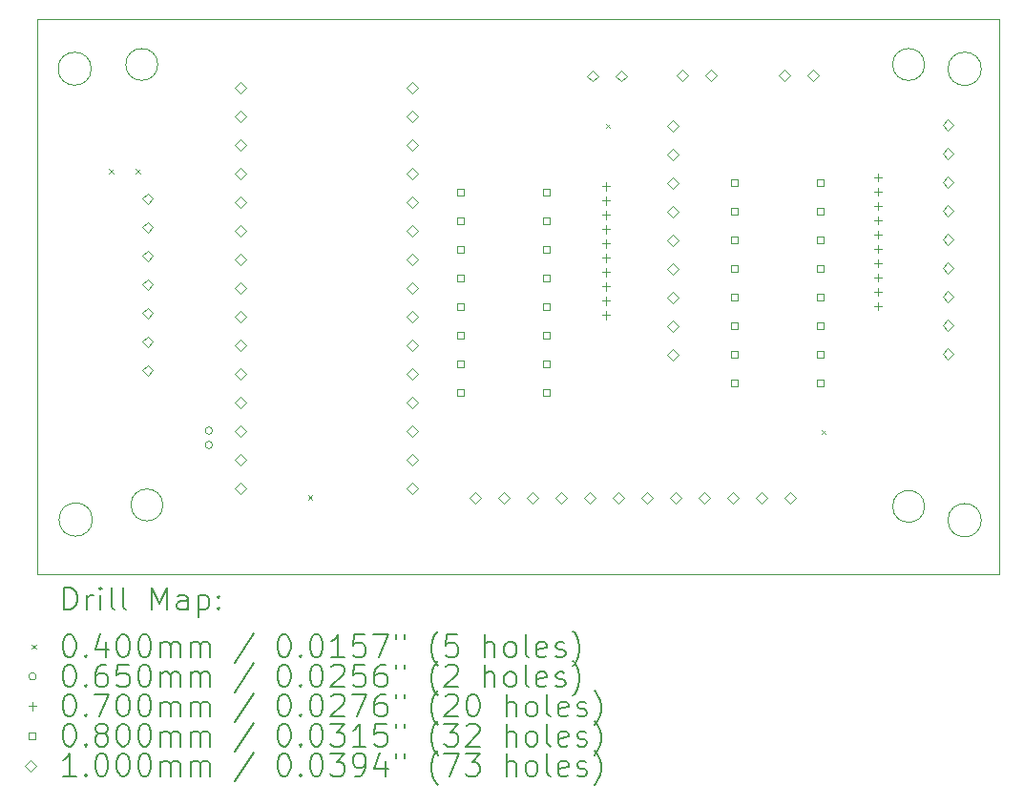
<source format=gbr>
%TF.GenerationSoftware,KiCad,Pcbnew,7.0.1*%
%TF.CreationDate,2023-10-26T15:35:27+00:00*%
%TF.ProjectId,Control_Board,436f6e74-726f-46c5-9f42-6f6172642e6b,rev?*%
%TF.SameCoordinates,Original*%
%TF.FileFunction,Drillmap*%
%TF.FilePolarity,Positive*%
%FSLAX45Y45*%
G04 Gerber Fmt 4.5, Leading zero omitted, Abs format (unit mm)*
G04 Created by KiCad (PCBNEW 7.0.1) date 2023-10-26 15:35:27*
%MOMM*%
%LPD*%
G01*
G04 APERTURE LIST*
%ADD10C,0.100000*%
%ADD11C,0.200000*%
%ADD12C,0.040000*%
%ADD13C,0.065000*%
%ADD14C,0.070000*%
%ADD15C,0.080000*%
G04 APERTURE END LIST*
D10*
X9686030Y-12697000D02*
G75*
G03*
X9686030Y-12697000I-148030J0D01*
G01*
X17573030Y-8695970D02*
G75*
G03*
X17573030Y-8695970I-148030J0D01*
G01*
X17069032Y-8657500D02*
G75*
G03*
X17069032Y-8657500I-141532J0D01*
G01*
X10265564Y-8657500D02*
G75*
G03*
X10265564Y-8657500I-141532J0D01*
G01*
X9675660Y-8695000D02*
G75*
G03*
X9675660Y-8695000I-146660J0D01*
G01*
X9193000Y-8258000D02*
X17731000Y-8258000D01*
X17731000Y-13181000D01*
X9193000Y-13181000D01*
X9193000Y-8258000D01*
X10311532Y-12567500D02*
G75*
G03*
X10311532Y-12567500I-141532J0D01*
G01*
X17573030Y-12702970D02*
G75*
G03*
X17573030Y-12702970I-148030J0D01*
G01*
X17069532Y-12580000D02*
G75*
G03*
X17069532Y-12580000I-141532J0D01*
G01*
D11*
D12*
X9832000Y-9584000D02*
X9872000Y-9624000D01*
X9872000Y-9584000D02*
X9832000Y-9624000D01*
X10073000Y-9584000D02*
X10113000Y-9624000D01*
X10113000Y-9584000D02*
X10073000Y-9624000D01*
X11598000Y-12482000D02*
X11638000Y-12522000D01*
X11638000Y-12482000D02*
X11598000Y-12522000D01*
X14239000Y-9183000D02*
X14279000Y-9223000D01*
X14279000Y-9183000D02*
X14239000Y-9223000D01*
X16152500Y-11900000D02*
X16192500Y-11940000D01*
X16192500Y-11900000D02*
X16152500Y-11940000D01*
D13*
X10752500Y-11908000D02*
G75*
G03*
X10752500Y-11908000I-32500J0D01*
G01*
X10752500Y-12035000D02*
G75*
G03*
X10752500Y-12035000I-32500J0D01*
G01*
D14*
X14246000Y-9705000D02*
X14246000Y-9775000D01*
X14211000Y-9740000D02*
X14281000Y-9740000D01*
X14246000Y-9832000D02*
X14246000Y-9902000D01*
X14211000Y-9867000D02*
X14281000Y-9867000D01*
X14246000Y-9959000D02*
X14246000Y-10029000D01*
X14211000Y-9994000D02*
X14281000Y-9994000D01*
X14246000Y-10086000D02*
X14246000Y-10156000D01*
X14211000Y-10121000D02*
X14281000Y-10121000D01*
X14246000Y-10213000D02*
X14246000Y-10283000D01*
X14211000Y-10248000D02*
X14281000Y-10248000D01*
X14246000Y-10340000D02*
X14246000Y-10410000D01*
X14211000Y-10375000D02*
X14281000Y-10375000D01*
X14246000Y-10467000D02*
X14246000Y-10537000D01*
X14211000Y-10502000D02*
X14281000Y-10502000D01*
X14246000Y-10594000D02*
X14246000Y-10664000D01*
X14211000Y-10629000D02*
X14281000Y-10629000D01*
X14246000Y-10721000D02*
X14246000Y-10791000D01*
X14211000Y-10756000D02*
X14281000Y-10756000D01*
X14246000Y-10848000D02*
X14246000Y-10918000D01*
X14211000Y-10883000D02*
X14281000Y-10883000D01*
X16656000Y-9623000D02*
X16656000Y-9693000D01*
X16621000Y-9658000D02*
X16691000Y-9658000D01*
X16656000Y-9750000D02*
X16656000Y-9820000D01*
X16621000Y-9785000D02*
X16691000Y-9785000D01*
X16656000Y-9877000D02*
X16656000Y-9947000D01*
X16621000Y-9912000D02*
X16691000Y-9912000D01*
X16656000Y-10004000D02*
X16656000Y-10074000D01*
X16621000Y-10039000D02*
X16691000Y-10039000D01*
X16656000Y-10131000D02*
X16656000Y-10201000D01*
X16621000Y-10166000D02*
X16691000Y-10166000D01*
X16656000Y-10258000D02*
X16656000Y-10328000D01*
X16621000Y-10293000D02*
X16691000Y-10293000D01*
X16656000Y-10385000D02*
X16656000Y-10455000D01*
X16621000Y-10420000D02*
X16691000Y-10420000D01*
X16656000Y-10512000D02*
X16656000Y-10582000D01*
X16621000Y-10547000D02*
X16691000Y-10547000D01*
X16656000Y-10639000D02*
X16656000Y-10709000D01*
X16621000Y-10674000D02*
X16691000Y-10674000D01*
X16656000Y-10766000D02*
X16656000Y-10836000D01*
X16621000Y-10801000D02*
X16691000Y-10801000D01*
D15*
X12980284Y-9821285D02*
X12980284Y-9764716D01*
X12923715Y-9764716D01*
X12923715Y-9821285D01*
X12980284Y-9821285D01*
X12980284Y-10075285D02*
X12980284Y-10018716D01*
X12923715Y-10018716D01*
X12923715Y-10075285D01*
X12980284Y-10075285D01*
X12980284Y-10329285D02*
X12980284Y-10272716D01*
X12923715Y-10272716D01*
X12923715Y-10329285D01*
X12980284Y-10329285D01*
X12980284Y-10583285D02*
X12980284Y-10526716D01*
X12923715Y-10526716D01*
X12923715Y-10583285D01*
X12980284Y-10583285D01*
X12980284Y-10837285D02*
X12980284Y-10780716D01*
X12923715Y-10780716D01*
X12923715Y-10837285D01*
X12980284Y-10837285D01*
X12980284Y-11091285D02*
X12980284Y-11034716D01*
X12923715Y-11034716D01*
X12923715Y-11091285D01*
X12980284Y-11091285D01*
X12980284Y-11345284D02*
X12980284Y-11288715D01*
X12923715Y-11288715D01*
X12923715Y-11345284D01*
X12980284Y-11345284D01*
X12980284Y-11599284D02*
X12980284Y-11542715D01*
X12923715Y-11542715D01*
X12923715Y-11599284D01*
X12980284Y-11599284D01*
X13742284Y-9821285D02*
X13742284Y-9764716D01*
X13685715Y-9764716D01*
X13685715Y-9821285D01*
X13742284Y-9821285D01*
X13742284Y-10075285D02*
X13742284Y-10018716D01*
X13685715Y-10018716D01*
X13685715Y-10075285D01*
X13742284Y-10075285D01*
X13742284Y-10329285D02*
X13742284Y-10272716D01*
X13685715Y-10272716D01*
X13685715Y-10329285D01*
X13742284Y-10329285D01*
X13742284Y-10583285D02*
X13742284Y-10526716D01*
X13685715Y-10526716D01*
X13685715Y-10583285D01*
X13742284Y-10583285D01*
X13742284Y-10837285D02*
X13742284Y-10780716D01*
X13685715Y-10780716D01*
X13685715Y-10837285D01*
X13742284Y-10837285D01*
X13742284Y-11091285D02*
X13742284Y-11034716D01*
X13685715Y-11034716D01*
X13685715Y-11091285D01*
X13742284Y-11091285D01*
X13742284Y-11345284D02*
X13742284Y-11288715D01*
X13685715Y-11288715D01*
X13685715Y-11345284D01*
X13742284Y-11345284D01*
X13742284Y-11599284D02*
X13742284Y-11542715D01*
X13685715Y-11542715D01*
X13685715Y-11599284D01*
X13742284Y-11599284D01*
X15408284Y-9737285D02*
X15408284Y-9680716D01*
X15351715Y-9680716D01*
X15351715Y-9737285D01*
X15408284Y-9737285D01*
X15408284Y-9991285D02*
X15408284Y-9934716D01*
X15351715Y-9934716D01*
X15351715Y-9991285D01*
X15408284Y-9991285D01*
X15408284Y-10245285D02*
X15408284Y-10188716D01*
X15351715Y-10188716D01*
X15351715Y-10245285D01*
X15408284Y-10245285D01*
X15408284Y-10499285D02*
X15408284Y-10442716D01*
X15351715Y-10442716D01*
X15351715Y-10499285D01*
X15408284Y-10499285D01*
X15408284Y-10753285D02*
X15408284Y-10696716D01*
X15351715Y-10696716D01*
X15351715Y-10753285D01*
X15408284Y-10753285D01*
X15408284Y-11007285D02*
X15408284Y-10950716D01*
X15351715Y-10950716D01*
X15351715Y-11007285D01*
X15408284Y-11007285D01*
X15408284Y-11261284D02*
X15408284Y-11204715D01*
X15351715Y-11204715D01*
X15351715Y-11261284D01*
X15408284Y-11261284D01*
X15408284Y-11515284D02*
X15408284Y-11458715D01*
X15351715Y-11458715D01*
X15351715Y-11515284D01*
X15408284Y-11515284D01*
X16170284Y-9737285D02*
X16170284Y-9680716D01*
X16113715Y-9680716D01*
X16113715Y-9737285D01*
X16170284Y-9737285D01*
X16170284Y-9991285D02*
X16170284Y-9934716D01*
X16113715Y-9934716D01*
X16113715Y-9991285D01*
X16170284Y-9991285D01*
X16170284Y-10245285D02*
X16170284Y-10188716D01*
X16113715Y-10188716D01*
X16113715Y-10245285D01*
X16170284Y-10245285D01*
X16170284Y-10499285D02*
X16170284Y-10442716D01*
X16113715Y-10442716D01*
X16113715Y-10499285D01*
X16170284Y-10499285D01*
X16170284Y-10753285D02*
X16170284Y-10696716D01*
X16113715Y-10696716D01*
X16113715Y-10753285D01*
X16170284Y-10753285D01*
X16170284Y-11007285D02*
X16170284Y-10950716D01*
X16113715Y-10950716D01*
X16113715Y-11007285D01*
X16170284Y-11007285D01*
X16170284Y-11261284D02*
X16170284Y-11204715D01*
X16113715Y-11204715D01*
X16113715Y-11261284D01*
X16170284Y-11261284D01*
X16170284Y-11515284D02*
X16170284Y-11458715D01*
X16113715Y-11458715D01*
X16113715Y-11515284D01*
X16170284Y-11515284D01*
D10*
X10175000Y-9900000D02*
X10225000Y-9850000D01*
X10175000Y-9800000D01*
X10125000Y-9850000D01*
X10175000Y-9900000D01*
X10175000Y-10154000D02*
X10225000Y-10104000D01*
X10175000Y-10054000D01*
X10125000Y-10104000D01*
X10175000Y-10154000D01*
X10175000Y-10408000D02*
X10225000Y-10358000D01*
X10175000Y-10308000D01*
X10125000Y-10358000D01*
X10175000Y-10408000D01*
X10175000Y-10662000D02*
X10225000Y-10612000D01*
X10175000Y-10562000D01*
X10125000Y-10612000D01*
X10175000Y-10662000D01*
X10175000Y-10916000D02*
X10225000Y-10866000D01*
X10175000Y-10816000D01*
X10125000Y-10866000D01*
X10175000Y-10916000D01*
X10175000Y-11170000D02*
X10225000Y-11120000D01*
X10175000Y-11070000D01*
X10125000Y-11120000D01*
X10175000Y-11170000D01*
X10175000Y-11424000D02*
X10225000Y-11374000D01*
X10175000Y-11324000D01*
X10125000Y-11374000D01*
X10175000Y-11424000D01*
X10998000Y-8911000D02*
X11048000Y-8861000D01*
X10998000Y-8811000D01*
X10948000Y-8861000D01*
X10998000Y-8911000D01*
X10998000Y-9165000D02*
X11048000Y-9115000D01*
X10998000Y-9065000D01*
X10948000Y-9115000D01*
X10998000Y-9165000D01*
X10998000Y-9419000D02*
X11048000Y-9369000D01*
X10998000Y-9319000D01*
X10948000Y-9369000D01*
X10998000Y-9419000D01*
X10998000Y-9673000D02*
X11048000Y-9623000D01*
X10998000Y-9573000D01*
X10948000Y-9623000D01*
X10998000Y-9673000D01*
X10998000Y-9927000D02*
X11048000Y-9877000D01*
X10998000Y-9827000D01*
X10948000Y-9877000D01*
X10998000Y-9927000D01*
X10998000Y-10181000D02*
X11048000Y-10131000D01*
X10998000Y-10081000D01*
X10948000Y-10131000D01*
X10998000Y-10181000D01*
X10998000Y-10435000D02*
X11048000Y-10385000D01*
X10998000Y-10335000D01*
X10948000Y-10385000D01*
X10998000Y-10435000D01*
X10998000Y-10689000D02*
X11048000Y-10639000D01*
X10998000Y-10589000D01*
X10948000Y-10639000D01*
X10998000Y-10689000D01*
X10998000Y-10943000D02*
X11048000Y-10893000D01*
X10998000Y-10843000D01*
X10948000Y-10893000D01*
X10998000Y-10943000D01*
X10998000Y-11197000D02*
X11048000Y-11147000D01*
X10998000Y-11097000D01*
X10948000Y-11147000D01*
X10998000Y-11197000D01*
X10998000Y-11451000D02*
X11048000Y-11401000D01*
X10998000Y-11351000D01*
X10948000Y-11401000D01*
X10998000Y-11451000D01*
X10998000Y-11705000D02*
X11048000Y-11655000D01*
X10998000Y-11605000D01*
X10948000Y-11655000D01*
X10998000Y-11705000D01*
X10998000Y-11959000D02*
X11048000Y-11909000D01*
X10998000Y-11859000D01*
X10948000Y-11909000D01*
X10998000Y-11959000D01*
X10998000Y-12213000D02*
X11048000Y-12163000D01*
X10998000Y-12113000D01*
X10948000Y-12163000D01*
X10998000Y-12213000D01*
X10998000Y-12467000D02*
X11048000Y-12417000D01*
X10998000Y-12367000D01*
X10948000Y-12417000D01*
X10998000Y-12467000D01*
X12522000Y-8911000D02*
X12572000Y-8861000D01*
X12522000Y-8811000D01*
X12472000Y-8861000D01*
X12522000Y-8911000D01*
X12522000Y-9165000D02*
X12572000Y-9115000D01*
X12522000Y-9065000D01*
X12472000Y-9115000D01*
X12522000Y-9165000D01*
X12522000Y-9419000D02*
X12572000Y-9369000D01*
X12522000Y-9319000D01*
X12472000Y-9369000D01*
X12522000Y-9419000D01*
X12522000Y-9673000D02*
X12572000Y-9623000D01*
X12522000Y-9573000D01*
X12472000Y-9623000D01*
X12522000Y-9673000D01*
X12522000Y-9927000D02*
X12572000Y-9877000D01*
X12522000Y-9827000D01*
X12472000Y-9877000D01*
X12522000Y-9927000D01*
X12522000Y-10181000D02*
X12572000Y-10131000D01*
X12522000Y-10081000D01*
X12472000Y-10131000D01*
X12522000Y-10181000D01*
X12522000Y-10435000D02*
X12572000Y-10385000D01*
X12522000Y-10335000D01*
X12472000Y-10385000D01*
X12522000Y-10435000D01*
X12522000Y-10689000D02*
X12572000Y-10639000D01*
X12522000Y-10589000D01*
X12472000Y-10639000D01*
X12522000Y-10689000D01*
X12522000Y-10943000D02*
X12572000Y-10893000D01*
X12522000Y-10843000D01*
X12472000Y-10893000D01*
X12522000Y-10943000D01*
X12522000Y-11197000D02*
X12572000Y-11147000D01*
X12522000Y-11097000D01*
X12472000Y-11147000D01*
X12522000Y-11197000D01*
X12522000Y-11451000D02*
X12572000Y-11401000D01*
X12522000Y-11351000D01*
X12472000Y-11401000D01*
X12522000Y-11451000D01*
X12522000Y-11705000D02*
X12572000Y-11655000D01*
X12522000Y-11605000D01*
X12472000Y-11655000D01*
X12522000Y-11705000D01*
X12522000Y-11959000D02*
X12572000Y-11909000D01*
X12522000Y-11859000D01*
X12472000Y-11909000D01*
X12522000Y-11959000D01*
X12522000Y-12213000D02*
X12572000Y-12163000D01*
X12522000Y-12113000D01*
X12472000Y-12163000D01*
X12522000Y-12213000D01*
X12522000Y-12467000D02*
X12572000Y-12417000D01*
X12522000Y-12367000D01*
X12472000Y-12417000D01*
X12522000Y-12467000D01*
X13083000Y-12557000D02*
X13133000Y-12507000D01*
X13083000Y-12457000D01*
X13033000Y-12507000D01*
X13083000Y-12557000D01*
X13337000Y-12557000D02*
X13387000Y-12507000D01*
X13337000Y-12457000D01*
X13287000Y-12507000D01*
X13337000Y-12557000D01*
X13591000Y-12557000D02*
X13641000Y-12507000D01*
X13591000Y-12457000D01*
X13541000Y-12507000D01*
X13591000Y-12557000D01*
X13845000Y-12557000D02*
X13895000Y-12507000D01*
X13845000Y-12457000D01*
X13795000Y-12507000D01*
X13845000Y-12557000D01*
X14099000Y-12557000D02*
X14149000Y-12507000D01*
X14099000Y-12457000D01*
X14049000Y-12507000D01*
X14099000Y-12557000D01*
X14127000Y-8809000D02*
X14177000Y-8759000D01*
X14127000Y-8709000D01*
X14077000Y-8759000D01*
X14127000Y-8809000D01*
X14353000Y-12557000D02*
X14403000Y-12507000D01*
X14353000Y-12457000D01*
X14303000Y-12507000D01*
X14353000Y-12557000D01*
X14381000Y-8809000D02*
X14431000Y-8759000D01*
X14381000Y-8709000D01*
X14331000Y-8759000D01*
X14381000Y-8809000D01*
X14607000Y-12557000D02*
X14657000Y-12507000D01*
X14607000Y-12457000D01*
X14557000Y-12507000D01*
X14607000Y-12557000D01*
X14836000Y-9252000D02*
X14886000Y-9202000D01*
X14836000Y-9152000D01*
X14786000Y-9202000D01*
X14836000Y-9252000D01*
X14836000Y-9506000D02*
X14886000Y-9456000D01*
X14836000Y-9406000D01*
X14786000Y-9456000D01*
X14836000Y-9506000D01*
X14836000Y-9760000D02*
X14886000Y-9710000D01*
X14836000Y-9660000D01*
X14786000Y-9710000D01*
X14836000Y-9760000D01*
X14836000Y-10014000D02*
X14886000Y-9964000D01*
X14836000Y-9914000D01*
X14786000Y-9964000D01*
X14836000Y-10014000D01*
X14836000Y-10268000D02*
X14886000Y-10218000D01*
X14836000Y-10168000D01*
X14786000Y-10218000D01*
X14836000Y-10268000D01*
X14836000Y-10522000D02*
X14886000Y-10472000D01*
X14836000Y-10422000D01*
X14786000Y-10472000D01*
X14836000Y-10522000D01*
X14836000Y-10776000D02*
X14886000Y-10726000D01*
X14836000Y-10676000D01*
X14786000Y-10726000D01*
X14836000Y-10776000D01*
X14836000Y-11030000D02*
X14886000Y-10980000D01*
X14836000Y-10930000D01*
X14786000Y-10980000D01*
X14836000Y-11030000D01*
X14836000Y-11284000D02*
X14886000Y-11234000D01*
X14836000Y-11184000D01*
X14786000Y-11234000D01*
X14836000Y-11284000D01*
X14861000Y-12557000D02*
X14911000Y-12507000D01*
X14861000Y-12457000D01*
X14811000Y-12507000D01*
X14861000Y-12557000D01*
X14919000Y-8807000D02*
X14969000Y-8757000D01*
X14919000Y-8707000D01*
X14869000Y-8757000D01*
X14919000Y-8807000D01*
X15115000Y-12557000D02*
X15165000Y-12507000D01*
X15115000Y-12457000D01*
X15065000Y-12507000D01*
X15115000Y-12557000D01*
X15173000Y-8807000D02*
X15223000Y-8757000D01*
X15173000Y-8707000D01*
X15123000Y-8757000D01*
X15173000Y-8807000D01*
X15369000Y-12557000D02*
X15419000Y-12507000D01*
X15369000Y-12457000D01*
X15319000Y-12507000D01*
X15369000Y-12557000D01*
X15623000Y-12557000D02*
X15673000Y-12507000D01*
X15623000Y-12457000D01*
X15573000Y-12507000D01*
X15623000Y-12557000D01*
X15826000Y-8805000D02*
X15876000Y-8755000D01*
X15826000Y-8705000D01*
X15776000Y-8755000D01*
X15826000Y-8805000D01*
X15877000Y-12557000D02*
X15927000Y-12507000D01*
X15877000Y-12457000D01*
X15827000Y-12507000D01*
X15877000Y-12557000D01*
X16080000Y-8805000D02*
X16130000Y-8755000D01*
X16080000Y-8705000D01*
X16030000Y-8755000D01*
X16080000Y-8805000D01*
X17277500Y-9246000D02*
X17327500Y-9196000D01*
X17277500Y-9146000D01*
X17227500Y-9196000D01*
X17277500Y-9246000D01*
X17277500Y-9500000D02*
X17327500Y-9450000D01*
X17277500Y-9400000D01*
X17227500Y-9450000D01*
X17277500Y-9500000D01*
X17277500Y-9754000D02*
X17327500Y-9704000D01*
X17277500Y-9654000D01*
X17227500Y-9704000D01*
X17277500Y-9754000D01*
X17277500Y-10008000D02*
X17327500Y-9958000D01*
X17277500Y-9908000D01*
X17227500Y-9958000D01*
X17277500Y-10008000D01*
X17277500Y-10262000D02*
X17327500Y-10212000D01*
X17277500Y-10162000D01*
X17227500Y-10212000D01*
X17277500Y-10262000D01*
X17277500Y-10516000D02*
X17327500Y-10466000D01*
X17277500Y-10416000D01*
X17227500Y-10466000D01*
X17277500Y-10516000D01*
X17277500Y-10770000D02*
X17327500Y-10720000D01*
X17277500Y-10670000D01*
X17227500Y-10720000D01*
X17277500Y-10770000D01*
X17277500Y-11024000D02*
X17327500Y-10974000D01*
X17277500Y-10924000D01*
X17227500Y-10974000D01*
X17277500Y-11024000D01*
X17277500Y-11278000D02*
X17327500Y-11228000D01*
X17277500Y-11178000D01*
X17227500Y-11228000D01*
X17277500Y-11278000D01*
D11*
X9435619Y-13498524D02*
X9435619Y-13298524D01*
X9435619Y-13298524D02*
X9483238Y-13298524D01*
X9483238Y-13298524D02*
X9511810Y-13308048D01*
X9511810Y-13308048D02*
X9530857Y-13327095D01*
X9530857Y-13327095D02*
X9540381Y-13346143D01*
X9540381Y-13346143D02*
X9549905Y-13384238D01*
X9549905Y-13384238D02*
X9549905Y-13412809D01*
X9549905Y-13412809D02*
X9540381Y-13450905D01*
X9540381Y-13450905D02*
X9530857Y-13469952D01*
X9530857Y-13469952D02*
X9511810Y-13489000D01*
X9511810Y-13489000D02*
X9483238Y-13498524D01*
X9483238Y-13498524D02*
X9435619Y-13498524D01*
X9635619Y-13498524D02*
X9635619Y-13365190D01*
X9635619Y-13403286D02*
X9645143Y-13384238D01*
X9645143Y-13384238D02*
X9654667Y-13374714D01*
X9654667Y-13374714D02*
X9673714Y-13365190D01*
X9673714Y-13365190D02*
X9692762Y-13365190D01*
X9759429Y-13498524D02*
X9759429Y-13365190D01*
X9759429Y-13298524D02*
X9749905Y-13308048D01*
X9749905Y-13308048D02*
X9759429Y-13317571D01*
X9759429Y-13317571D02*
X9768952Y-13308048D01*
X9768952Y-13308048D02*
X9759429Y-13298524D01*
X9759429Y-13298524D02*
X9759429Y-13317571D01*
X9883238Y-13498524D02*
X9864190Y-13489000D01*
X9864190Y-13489000D02*
X9854667Y-13469952D01*
X9854667Y-13469952D02*
X9854667Y-13298524D01*
X9988000Y-13498524D02*
X9968952Y-13489000D01*
X9968952Y-13489000D02*
X9959429Y-13469952D01*
X9959429Y-13469952D02*
X9959429Y-13298524D01*
X10216571Y-13498524D02*
X10216571Y-13298524D01*
X10216571Y-13298524D02*
X10283238Y-13441381D01*
X10283238Y-13441381D02*
X10349905Y-13298524D01*
X10349905Y-13298524D02*
X10349905Y-13498524D01*
X10530857Y-13498524D02*
X10530857Y-13393762D01*
X10530857Y-13393762D02*
X10521333Y-13374714D01*
X10521333Y-13374714D02*
X10502286Y-13365190D01*
X10502286Y-13365190D02*
X10464190Y-13365190D01*
X10464190Y-13365190D02*
X10445143Y-13374714D01*
X10530857Y-13489000D02*
X10511810Y-13498524D01*
X10511810Y-13498524D02*
X10464190Y-13498524D01*
X10464190Y-13498524D02*
X10445143Y-13489000D01*
X10445143Y-13489000D02*
X10435619Y-13469952D01*
X10435619Y-13469952D02*
X10435619Y-13450905D01*
X10435619Y-13450905D02*
X10445143Y-13431857D01*
X10445143Y-13431857D02*
X10464190Y-13422333D01*
X10464190Y-13422333D02*
X10511810Y-13422333D01*
X10511810Y-13422333D02*
X10530857Y-13412809D01*
X10626095Y-13365190D02*
X10626095Y-13565190D01*
X10626095Y-13374714D02*
X10645143Y-13365190D01*
X10645143Y-13365190D02*
X10683238Y-13365190D01*
X10683238Y-13365190D02*
X10702286Y-13374714D01*
X10702286Y-13374714D02*
X10711810Y-13384238D01*
X10711810Y-13384238D02*
X10721333Y-13403286D01*
X10721333Y-13403286D02*
X10721333Y-13460428D01*
X10721333Y-13460428D02*
X10711810Y-13479476D01*
X10711810Y-13479476D02*
X10702286Y-13489000D01*
X10702286Y-13489000D02*
X10683238Y-13498524D01*
X10683238Y-13498524D02*
X10645143Y-13498524D01*
X10645143Y-13498524D02*
X10626095Y-13489000D01*
X10807048Y-13479476D02*
X10816571Y-13489000D01*
X10816571Y-13489000D02*
X10807048Y-13498524D01*
X10807048Y-13498524D02*
X10797524Y-13489000D01*
X10797524Y-13489000D02*
X10807048Y-13479476D01*
X10807048Y-13479476D02*
X10807048Y-13498524D01*
X10807048Y-13374714D02*
X10816571Y-13384238D01*
X10816571Y-13384238D02*
X10807048Y-13393762D01*
X10807048Y-13393762D02*
X10797524Y-13384238D01*
X10797524Y-13384238D02*
X10807048Y-13374714D01*
X10807048Y-13374714D02*
X10807048Y-13393762D01*
D12*
X9148000Y-13806000D02*
X9188000Y-13846000D01*
X9188000Y-13806000D02*
X9148000Y-13846000D01*
D11*
X9473714Y-13718524D02*
X9492762Y-13718524D01*
X9492762Y-13718524D02*
X9511810Y-13728048D01*
X9511810Y-13728048D02*
X9521333Y-13737571D01*
X9521333Y-13737571D02*
X9530857Y-13756619D01*
X9530857Y-13756619D02*
X9540381Y-13794714D01*
X9540381Y-13794714D02*
X9540381Y-13842333D01*
X9540381Y-13842333D02*
X9530857Y-13880428D01*
X9530857Y-13880428D02*
X9521333Y-13899476D01*
X9521333Y-13899476D02*
X9511810Y-13909000D01*
X9511810Y-13909000D02*
X9492762Y-13918524D01*
X9492762Y-13918524D02*
X9473714Y-13918524D01*
X9473714Y-13918524D02*
X9454667Y-13909000D01*
X9454667Y-13909000D02*
X9445143Y-13899476D01*
X9445143Y-13899476D02*
X9435619Y-13880428D01*
X9435619Y-13880428D02*
X9426095Y-13842333D01*
X9426095Y-13842333D02*
X9426095Y-13794714D01*
X9426095Y-13794714D02*
X9435619Y-13756619D01*
X9435619Y-13756619D02*
X9445143Y-13737571D01*
X9445143Y-13737571D02*
X9454667Y-13728048D01*
X9454667Y-13728048D02*
X9473714Y-13718524D01*
X9626095Y-13899476D02*
X9635619Y-13909000D01*
X9635619Y-13909000D02*
X9626095Y-13918524D01*
X9626095Y-13918524D02*
X9616571Y-13909000D01*
X9616571Y-13909000D02*
X9626095Y-13899476D01*
X9626095Y-13899476D02*
X9626095Y-13918524D01*
X9807048Y-13785190D02*
X9807048Y-13918524D01*
X9759429Y-13709000D02*
X9711810Y-13851857D01*
X9711810Y-13851857D02*
X9835619Y-13851857D01*
X9949905Y-13718524D02*
X9968952Y-13718524D01*
X9968952Y-13718524D02*
X9988000Y-13728048D01*
X9988000Y-13728048D02*
X9997524Y-13737571D01*
X9997524Y-13737571D02*
X10007048Y-13756619D01*
X10007048Y-13756619D02*
X10016571Y-13794714D01*
X10016571Y-13794714D02*
X10016571Y-13842333D01*
X10016571Y-13842333D02*
X10007048Y-13880428D01*
X10007048Y-13880428D02*
X9997524Y-13899476D01*
X9997524Y-13899476D02*
X9988000Y-13909000D01*
X9988000Y-13909000D02*
X9968952Y-13918524D01*
X9968952Y-13918524D02*
X9949905Y-13918524D01*
X9949905Y-13918524D02*
X9930857Y-13909000D01*
X9930857Y-13909000D02*
X9921333Y-13899476D01*
X9921333Y-13899476D02*
X9911810Y-13880428D01*
X9911810Y-13880428D02*
X9902286Y-13842333D01*
X9902286Y-13842333D02*
X9902286Y-13794714D01*
X9902286Y-13794714D02*
X9911810Y-13756619D01*
X9911810Y-13756619D02*
X9921333Y-13737571D01*
X9921333Y-13737571D02*
X9930857Y-13728048D01*
X9930857Y-13728048D02*
X9949905Y-13718524D01*
X10140381Y-13718524D02*
X10159429Y-13718524D01*
X10159429Y-13718524D02*
X10178476Y-13728048D01*
X10178476Y-13728048D02*
X10188000Y-13737571D01*
X10188000Y-13737571D02*
X10197524Y-13756619D01*
X10197524Y-13756619D02*
X10207048Y-13794714D01*
X10207048Y-13794714D02*
X10207048Y-13842333D01*
X10207048Y-13842333D02*
X10197524Y-13880428D01*
X10197524Y-13880428D02*
X10188000Y-13899476D01*
X10188000Y-13899476D02*
X10178476Y-13909000D01*
X10178476Y-13909000D02*
X10159429Y-13918524D01*
X10159429Y-13918524D02*
X10140381Y-13918524D01*
X10140381Y-13918524D02*
X10121333Y-13909000D01*
X10121333Y-13909000D02*
X10111810Y-13899476D01*
X10111810Y-13899476D02*
X10102286Y-13880428D01*
X10102286Y-13880428D02*
X10092762Y-13842333D01*
X10092762Y-13842333D02*
X10092762Y-13794714D01*
X10092762Y-13794714D02*
X10102286Y-13756619D01*
X10102286Y-13756619D02*
X10111810Y-13737571D01*
X10111810Y-13737571D02*
X10121333Y-13728048D01*
X10121333Y-13728048D02*
X10140381Y-13718524D01*
X10292762Y-13918524D02*
X10292762Y-13785190D01*
X10292762Y-13804238D02*
X10302286Y-13794714D01*
X10302286Y-13794714D02*
X10321333Y-13785190D01*
X10321333Y-13785190D02*
X10349905Y-13785190D01*
X10349905Y-13785190D02*
X10368952Y-13794714D01*
X10368952Y-13794714D02*
X10378476Y-13813762D01*
X10378476Y-13813762D02*
X10378476Y-13918524D01*
X10378476Y-13813762D02*
X10388000Y-13794714D01*
X10388000Y-13794714D02*
X10407048Y-13785190D01*
X10407048Y-13785190D02*
X10435619Y-13785190D01*
X10435619Y-13785190D02*
X10454667Y-13794714D01*
X10454667Y-13794714D02*
X10464191Y-13813762D01*
X10464191Y-13813762D02*
X10464191Y-13918524D01*
X10559429Y-13918524D02*
X10559429Y-13785190D01*
X10559429Y-13804238D02*
X10568952Y-13794714D01*
X10568952Y-13794714D02*
X10588000Y-13785190D01*
X10588000Y-13785190D02*
X10616572Y-13785190D01*
X10616572Y-13785190D02*
X10635619Y-13794714D01*
X10635619Y-13794714D02*
X10645143Y-13813762D01*
X10645143Y-13813762D02*
X10645143Y-13918524D01*
X10645143Y-13813762D02*
X10654667Y-13794714D01*
X10654667Y-13794714D02*
X10673714Y-13785190D01*
X10673714Y-13785190D02*
X10702286Y-13785190D01*
X10702286Y-13785190D02*
X10721333Y-13794714D01*
X10721333Y-13794714D02*
X10730857Y-13813762D01*
X10730857Y-13813762D02*
X10730857Y-13918524D01*
X11121333Y-13709000D02*
X10949905Y-13966143D01*
X11378476Y-13718524D02*
X11397524Y-13718524D01*
X11397524Y-13718524D02*
X11416572Y-13728048D01*
X11416572Y-13728048D02*
X11426095Y-13737571D01*
X11426095Y-13737571D02*
X11435619Y-13756619D01*
X11435619Y-13756619D02*
X11445143Y-13794714D01*
X11445143Y-13794714D02*
X11445143Y-13842333D01*
X11445143Y-13842333D02*
X11435619Y-13880428D01*
X11435619Y-13880428D02*
X11426095Y-13899476D01*
X11426095Y-13899476D02*
X11416572Y-13909000D01*
X11416572Y-13909000D02*
X11397524Y-13918524D01*
X11397524Y-13918524D02*
X11378476Y-13918524D01*
X11378476Y-13918524D02*
X11359429Y-13909000D01*
X11359429Y-13909000D02*
X11349905Y-13899476D01*
X11349905Y-13899476D02*
X11340381Y-13880428D01*
X11340381Y-13880428D02*
X11330857Y-13842333D01*
X11330857Y-13842333D02*
X11330857Y-13794714D01*
X11330857Y-13794714D02*
X11340381Y-13756619D01*
X11340381Y-13756619D02*
X11349905Y-13737571D01*
X11349905Y-13737571D02*
X11359429Y-13728048D01*
X11359429Y-13728048D02*
X11378476Y-13718524D01*
X11530857Y-13899476D02*
X11540381Y-13909000D01*
X11540381Y-13909000D02*
X11530857Y-13918524D01*
X11530857Y-13918524D02*
X11521333Y-13909000D01*
X11521333Y-13909000D02*
X11530857Y-13899476D01*
X11530857Y-13899476D02*
X11530857Y-13918524D01*
X11664191Y-13718524D02*
X11683238Y-13718524D01*
X11683238Y-13718524D02*
X11702286Y-13728048D01*
X11702286Y-13728048D02*
X11711810Y-13737571D01*
X11711810Y-13737571D02*
X11721333Y-13756619D01*
X11721333Y-13756619D02*
X11730857Y-13794714D01*
X11730857Y-13794714D02*
X11730857Y-13842333D01*
X11730857Y-13842333D02*
X11721333Y-13880428D01*
X11721333Y-13880428D02*
X11711810Y-13899476D01*
X11711810Y-13899476D02*
X11702286Y-13909000D01*
X11702286Y-13909000D02*
X11683238Y-13918524D01*
X11683238Y-13918524D02*
X11664191Y-13918524D01*
X11664191Y-13918524D02*
X11645143Y-13909000D01*
X11645143Y-13909000D02*
X11635619Y-13899476D01*
X11635619Y-13899476D02*
X11626095Y-13880428D01*
X11626095Y-13880428D02*
X11616572Y-13842333D01*
X11616572Y-13842333D02*
X11616572Y-13794714D01*
X11616572Y-13794714D02*
X11626095Y-13756619D01*
X11626095Y-13756619D02*
X11635619Y-13737571D01*
X11635619Y-13737571D02*
X11645143Y-13728048D01*
X11645143Y-13728048D02*
X11664191Y-13718524D01*
X11921333Y-13918524D02*
X11807048Y-13918524D01*
X11864191Y-13918524D02*
X11864191Y-13718524D01*
X11864191Y-13718524D02*
X11845143Y-13747095D01*
X11845143Y-13747095D02*
X11826095Y-13766143D01*
X11826095Y-13766143D02*
X11807048Y-13775667D01*
X12102286Y-13718524D02*
X12007048Y-13718524D01*
X12007048Y-13718524D02*
X11997524Y-13813762D01*
X11997524Y-13813762D02*
X12007048Y-13804238D01*
X12007048Y-13804238D02*
X12026095Y-13794714D01*
X12026095Y-13794714D02*
X12073714Y-13794714D01*
X12073714Y-13794714D02*
X12092762Y-13804238D01*
X12092762Y-13804238D02*
X12102286Y-13813762D01*
X12102286Y-13813762D02*
X12111810Y-13832809D01*
X12111810Y-13832809D02*
X12111810Y-13880428D01*
X12111810Y-13880428D02*
X12102286Y-13899476D01*
X12102286Y-13899476D02*
X12092762Y-13909000D01*
X12092762Y-13909000D02*
X12073714Y-13918524D01*
X12073714Y-13918524D02*
X12026095Y-13918524D01*
X12026095Y-13918524D02*
X12007048Y-13909000D01*
X12007048Y-13909000D02*
X11997524Y-13899476D01*
X12178476Y-13718524D02*
X12311810Y-13718524D01*
X12311810Y-13718524D02*
X12226095Y-13918524D01*
X12378476Y-13718524D02*
X12378476Y-13756619D01*
X12454667Y-13718524D02*
X12454667Y-13756619D01*
X12749905Y-13994714D02*
X12740381Y-13985190D01*
X12740381Y-13985190D02*
X12721334Y-13956619D01*
X12721334Y-13956619D02*
X12711810Y-13937571D01*
X12711810Y-13937571D02*
X12702286Y-13909000D01*
X12702286Y-13909000D02*
X12692762Y-13861381D01*
X12692762Y-13861381D02*
X12692762Y-13823286D01*
X12692762Y-13823286D02*
X12702286Y-13775667D01*
X12702286Y-13775667D02*
X12711810Y-13747095D01*
X12711810Y-13747095D02*
X12721334Y-13728048D01*
X12721334Y-13728048D02*
X12740381Y-13699476D01*
X12740381Y-13699476D02*
X12749905Y-13689952D01*
X12921334Y-13718524D02*
X12826095Y-13718524D01*
X12826095Y-13718524D02*
X12816572Y-13813762D01*
X12816572Y-13813762D02*
X12826095Y-13804238D01*
X12826095Y-13804238D02*
X12845143Y-13794714D01*
X12845143Y-13794714D02*
X12892762Y-13794714D01*
X12892762Y-13794714D02*
X12911810Y-13804238D01*
X12911810Y-13804238D02*
X12921334Y-13813762D01*
X12921334Y-13813762D02*
X12930857Y-13832809D01*
X12930857Y-13832809D02*
X12930857Y-13880428D01*
X12930857Y-13880428D02*
X12921334Y-13899476D01*
X12921334Y-13899476D02*
X12911810Y-13909000D01*
X12911810Y-13909000D02*
X12892762Y-13918524D01*
X12892762Y-13918524D02*
X12845143Y-13918524D01*
X12845143Y-13918524D02*
X12826095Y-13909000D01*
X12826095Y-13909000D02*
X12816572Y-13899476D01*
X13168953Y-13918524D02*
X13168953Y-13718524D01*
X13254667Y-13918524D02*
X13254667Y-13813762D01*
X13254667Y-13813762D02*
X13245143Y-13794714D01*
X13245143Y-13794714D02*
X13226096Y-13785190D01*
X13226096Y-13785190D02*
X13197524Y-13785190D01*
X13197524Y-13785190D02*
X13178476Y-13794714D01*
X13178476Y-13794714D02*
X13168953Y-13804238D01*
X13378476Y-13918524D02*
X13359429Y-13909000D01*
X13359429Y-13909000D02*
X13349905Y-13899476D01*
X13349905Y-13899476D02*
X13340381Y-13880428D01*
X13340381Y-13880428D02*
X13340381Y-13823286D01*
X13340381Y-13823286D02*
X13349905Y-13804238D01*
X13349905Y-13804238D02*
X13359429Y-13794714D01*
X13359429Y-13794714D02*
X13378476Y-13785190D01*
X13378476Y-13785190D02*
X13407048Y-13785190D01*
X13407048Y-13785190D02*
X13426096Y-13794714D01*
X13426096Y-13794714D02*
X13435619Y-13804238D01*
X13435619Y-13804238D02*
X13445143Y-13823286D01*
X13445143Y-13823286D02*
X13445143Y-13880428D01*
X13445143Y-13880428D02*
X13435619Y-13899476D01*
X13435619Y-13899476D02*
X13426096Y-13909000D01*
X13426096Y-13909000D02*
X13407048Y-13918524D01*
X13407048Y-13918524D02*
X13378476Y-13918524D01*
X13559429Y-13918524D02*
X13540381Y-13909000D01*
X13540381Y-13909000D02*
X13530857Y-13889952D01*
X13530857Y-13889952D02*
X13530857Y-13718524D01*
X13711810Y-13909000D02*
X13692762Y-13918524D01*
X13692762Y-13918524D02*
X13654667Y-13918524D01*
X13654667Y-13918524D02*
X13635619Y-13909000D01*
X13635619Y-13909000D02*
X13626096Y-13889952D01*
X13626096Y-13889952D02*
X13626096Y-13813762D01*
X13626096Y-13813762D02*
X13635619Y-13794714D01*
X13635619Y-13794714D02*
X13654667Y-13785190D01*
X13654667Y-13785190D02*
X13692762Y-13785190D01*
X13692762Y-13785190D02*
X13711810Y-13794714D01*
X13711810Y-13794714D02*
X13721334Y-13813762D01*
X13721334Y-13813762D02*
X13721334Y-13832809D01*
X13721334Y-13832809D02*
X13626096Y-13851857D01*
X13797524Y-13909000D02*
X13816572Y-13918524D01*
X13816572Y-13918524D02*
X13854667Y-13918524D01*
X13854667Y-13918524D02*
X13873715Y-13909000D01*
X13873715Y-13909000D02*
X13883238Y-13889952D01*
X13883238Y-13889952D02*
X13883238Y-13880428D01*
X13883238Y-13880428D02*
X13873715Y-13861381D01*
X13873715Y-13861381D02*
X13854667Y-13851857D01*
X13854667Y-13851857D02*
X13826096Y-13851857D01*
X13826096Y-13851857D02*
X13807048Y-13842333D01*
X13807048Y-13842333D02*
X13797524Y-13823286D01*
X13797524Y-13823286D02*
X13797524Y-13813762D01*
X13797524Y-13813762D02*
X13807048Y-13794714D01*
X13807048Y-13794714D02*
X13826096Y-13785190D01*
X13826096Y-13785190D02*
X13854667Y-13785190D01*
X13854667Y-13785190D02*
X13873715Y-13794714D01*
X13949905Y-13994714D02*
X13959429Y-13985190D01*
X13959429Y-13985190D02*
X13978477Y-13956619D01*
X13978477Y-13956619D02*
X13988000Y-13937571D01*
X13988000Y-13937571D02*
X13997524Y-13909000D01*
X13997524Y-13909000D02*
X14007048Y-13861381D01*
X14007048Y-13861381D02*
X14007048Y-13823286D01*
X14007048Y-13823286D02*
X13997524Y-13775667D01*
X13997524Y-13775667D02*
X13988000Y-13747095D01*
X13988000Y-13747095D02*
X13978477Y-13728048D01*
X13978477Y-13728048D02*
X13959429Y-13699476D01*
X13959429Y-13699476D02*
X13949905Y-13689952D01*
D13*
X9188000Y-14090000D02*
G75*
G03*
X9188000Y-14090000I-32500J0D01*
G01*
D11*
X9473714Y-13982524D02*
X9492762Y-13982524D01*
X9492762Y-13982524D02*
X9511810Y-13992048D01*
X9511810Y-13992048D02*
X9521333Y-14001571D01*
X9521333Y-14001571D02*
X9530857Y-14020619D01*
X9530857Y-14020619D02*
X9540381Y-14058714D01*
X9540381Y-14058714D02*
X9540381Y-14106333D01*
X9540381Y-14106333D02*
X9530857Y-14144428D01*
X9530857Y-14144428D02*
X9521333Y-14163476D01*
X9521333Y-14163476D02*
X9511810Y-14173000D01*
X9511810Y-14173000D02*
X9492762Y-14182524D01*
X9492762Y-14182524D02*
X9473714Y-14182524D01*
X9473714Y-14182524D02*
X9454667Y-14173000D01*
X9454667Y-14173000D02*
X9445143Y-14163476D01*
X9445143Y-14163476D02*
X9435619Y-14144428D01*
X9435619Y-14144428D02*
X9426095Y-14106333D01*
X9426095Y-14106333D02*
X9426095Y-14058714D01*
X9426095Y-14058714D02*
X9435619Y-14020619D01*
X9435619Y-14020619D02*
X9445143Y-14001571D01*
X9445143Y-14001571D02*
X9454667Y-13992048D01*
X9454667Y-13992048D02*
X9473714Y-13982524D01*
X9626095Y-14163476D02*
X9635619Y-14173000D01*
X9635619Y-14173000D02*
X9626095Y-14182524D01*
X9626095Y-14182524D02*
X9616571Y-14173000D01*
X9616571Y-14173000D02*
X9626095Y-14163476D01*
X9626095Y-14163476D02*
X9626095Y-14182524D01*
X9807048Y-13982524D02*
X9768952Y-13982524D01*
X9768952Y-13982524D02*
X9749905Y-13992048D01*
X9749905Y-13992048D02*
X9740381Y-14001571D01*
X9740381Y-14001571D02*
X9721333Y-14030143D01*
X9721333Y-14030143D02*
X9711810Y-14068238D01*
X9711810Y-14068238D02*
X9711810Y-14144428D01*
X9711810Y-14144428D02*
X9721333Y-14163476D01*
X9721333Y-14163476D02*
X9730857Y-14173000D01*
X9730857Y-14173000D02*
X9749905Y-14182524D01*
X9749905Y-14182524D02*
X9788000Y-14182524D01*
X9788000Y-14182524D02*
X9807048Y-14173000D01*
X9807048Y-14173000D02*
X9816571Y-14163476D01*
X9816571Y-14163476D02*
X9826095Y-14144428D01*
X9826095Y-14144428D02*
X9826095Y-14096809D01*
X9826095Y-14096809D02*
X9816571Y-14077762D01*
X9816571Y-14077762D02*
X9807048Y-14068238D01*
X9807048Y-14068238D02*
X9788000Y-14058714D01*
X9788000Y-14058714D02*
X9749905Y-14058714D01*
X9749905Y-14058714D02*
X9730857Y-14068238D01*
X9730857Y-14068238D02*
X9721333Y-14077762D01*
X9721333Y-14077762D02*
X9711810Y-14096809D01*
X10007048Y-13982524D02*
X9911810Y-13982524D01*
X9911810Y-13982524D02*
X9902286Y-14077762D01*
X9902286Y-14077762D02*
X9911810Y-14068238D01*
X9911810Y-14068238D02*
X9930857Y-14058714D01*
X9930857Y-14058714D02*
X9978476Y-14058714D01*
X9978476Y-14058714D02*
X9997524Y-14068238D01*
X9997524Y-14068238D02*
X10007048Y-14077762D01*
X10007048Y-14077762D02*
X10016571Y-14096809D01*
X10016571Y-14096809D02*
X10016571Y-14144428D01*
X10016571Y-14144428D02*
X10007048Y-14163476D01*
X10007048Y-14163476D02*
X9997524Y-14173000D01*
X9997524Y-14173000D02*
X9978476Y-14182524D01*
X9978476Y-14182524D02*
X9930857Y-14182524D01*
X9930857Y-14182524D02*
X9911810Y-14173000D01*
X9911810Y-14173000D02*
X9902286Y-14163476D01*
X10140381Y-13982524D02*
X10159429Y-13982524D01*
X10159429Y-13982524D02*
X10178476Y-13992048D01*
X10178476Y-13992048D02*
X10188000Y-14001571D01*
X10188000Y-14001571D02*
X10197524Y-14020619D01*
X10197524Y-14020619D02*
X10207048Y-14058714D01*
X10207048Y-14058714D02*
X10207048Y-14106333D01*
X10207048Y-14106333D02*
X10197524Y-14144428D01*
X10197524Y-14144428D02*
X10188000Y-14163476D01*
X10188000Y-14163476D02*
X10178476Y-14173000D01*
X10178476Y-14173000D02*
X10159429Y-14182524D01*
X10159429Y-14182524D02*
X10140381Y-14182524D01*
X10140381Y-14182524D02*
X10121333Y-14173000D01*
X10121333Y-14173000D02*
X10111810Y-14163476D01*
X10111810Y-14163476D02*
X10102286Y-14144428D01*
X10102286Y-14144428D02*
X10092762Y-14106333D01*
X10092762Y-14106333D02*
X10092762Y-14058714D01*
X10092762Y-14058714D02*
X10102286Y-14020619D01*
X10102286Y-14020619D02*
X10111810Y-14001571D01*
X10111810Y-14001571D02*
X10121333Y-13992048D01*
X10121333Y-13992048D02*
X10140381Y-13982524D01*
X10292762Y-14182524D02*
X10292762Y-14049190D01*
X10292762Y-14068238D02*
X10302286Y-14058714D01*
X10302286Y-14058714D02*
X10321333Y-14049190D01*
X10321333Y-14049190D02*
X10349905Y-14049190D01*
X10349905Y-14049190D02*
X10368952Y-14058714D01*
X10368952Y-14058714D02*
X10378476Y-14077762D01*
X10378476Y-14077762D02*
X10378476Y-14182524D01*
X10378476Y-14077762D02*
X10388000Y-14058714D01*
X10388000Y-14058714D02*
X10407048Y-14049190D01*
X10407048Y-14049190D02*
X10435619Y-14049190D01*
X10435619Y-14049190D02*
X10454667Y-14058714D01*
X10454667Y-14058714D02*
X10464191Y-14077762D01*
X10464191Y-14077762D02*
X10464191Y-14182524D01*
X10559429Y-14182524D02*
X10559429Y-14049190D01*
X10559429Y-14068238D02*
X10568952Y-14058714D01*
X10568952Y-14058714D02*
X10588000Y-14049190D01*
X10588000Y-14049190D02*
X10616572Y-14049190D01*
X10616572Y-14049190D02*
X10635619Y-14058714D01*
X10635619Y-14058714D02*
X10645143Y-14077762D01*
X10645143Y-14077762D02*
X10645143Y-14182524D01*
X10645143Y-14077762D02*
X10654667Y-14058714D01*
X10654667Y-14058714D02*
X10673714Y-14049190D01*
X10673714Y-14049190D02*
X10702286Y-14049190D01*
X10702286Y-14049190D02*
X10721333Y-14058714D01*
X10721333Y-14058714D02*
X10730857Y-14077762D01*
X10730857Y-14077762D02*
X10730857Y-14182524D01*
X11121333Y-13973000D02*
X10949905Y-14230143D01*
X11378476Y-13982524D02*
X11397524Y-13982524D01*
X11397524Y-13982524D02*
X11416572Y-13992048D01*
X11416572Y-13992048D02*
X11426095Y-14001571D01*
X11426095Y-14001571D02*
X11435619Y-14020619D01*
X11435619Y-14020619D02*
X11445143Y-14058714D01*
X11445143Y-14058714D02*
X11445143Y-14106333D01*
X11445143Y-14106333D02*
X11435619Y-14144428D01*
X11435619Y-14144428D02*
X11426095Y-14163476D01*
X11426095Y-14163476D02*
X11416572Y-14173000D01*
X11416572Y-14173000D02*
X11397524Y-14182524D01*
X11397524Y-14182524D02*
X11378476Y-14182524D01*
X11378476Y-14182524D02*
X11359429Y-14173000D01*
X11359429Y-14173000D02*
X11349905Y-14163476D01*
X11349905Y-14163476D02*
X11340381Y-14144428D01*
X11340381Y-14144428D02*
X11330857Y-14106333D01*
X11330857Y-14106333D02*
X11330857Y-14058714D01*
X11330857Y-14058714D02*
X11340381Y-14020619D01*
X11340381Y-14020619D02*
X11349905Y-14001571D01*
X11349905Y-14001571D02*
X11359429Y-13992048D01*
X11359429Y-13992048D02*
X11378476Y-13982524D01*
X11530857Y-14163476D02*
X11540381Y-14173000D01*
X11540381Y-14173000D02*
X11530857Y-14182524D01*
X11530857Y-14182524D02*
X11521333Y-14173000D01*
X11521333Y-14173000D02*
X11530857Y-14163476D01*
X11530857Y-14163476D02*
X11530857Y-14182524D01*
X11664191Y-13982524D02*
X11683238Y-13982524D01*
X11683238Y-13982524D02*
X11702286Y-13992048D01*
X11702286Y-13992048D02*
X11711810Y-14001571D01*
X11711810Y-14001571D02*
X11721333Y-14020619D01*
X11721333Y-14020619D02*
X11730857Y-14058714D01*
X11730857Y-14058714D02*
X11730857Y-14106333D01*
X11730857Y-14106333D02*
X11721333Y-14144428D01*
X11721333Y-14144428D02*
X11711810Y-14163476D01*
X11711810Y-14163476D02*
X11702286Y-14173000D01*
X11702286Y-14173000D02*
X11683238Y-14182524D01*
X11683238Y-14182524D02*
X11664191Y-14182524D01*
X11664191Y-14182524D02*
X11645143Y-14173000D01*
X11645143Y-14173000D02*
X11635619Y-14163476D01*
X11635619Y-14163476D02*
X11626095Y-14144428D01*
X11626095Y-14144428D02*
X11616572Y-14106333D01*
X11616572Y-14106333D02*
X11616572Y-14058714D01*
X11616572Y-14058714D02*
X11626095Y-14020619D01*
X11626095Y-14020619D02*
X11635619Y-14001571D01*
X11635619Y-14001571D02*
X11645143Y-13992048D01*
X11645143Y-13992048D02*
X11664191Y-13982524D01*
X11807048Y-14001571D02*
X11816572Y-13992048D01*
X11816572Y-13992048D02*
X11835619Y-13982524D01*
X11835619Y-13982524D02*
X11883238Y-13982524D01*
X11883238Y-13982524D02*
X11902286Y-13992048D01*
X11902286Y-13992048D02*
X11911810Y-14001571D01*
X11911810Y-14001571D02*
X11921333Y-14020619D01*
X11921333Y-14020619D02*
X11921333Y-14039667D01*
X11921333Y-14039667D02*
X11911810Y-14068238D01*
X11911810Y-14068238D02*
X11797524Y-14182524D01*
X11797524Y-14182524D02*
X11921333Y-14182524D01*
X12102286Y-13982524D02*
X12007048Y-13982524D01*
X12007048Y-13982524D02*
X11997524Y-14077762D01*
X11997524Y-14077762D02*
X12007048Y-14068238D01*
X12007048Y-14068238D02*
X12026095Y-14058714D01*
X12026095Y-14058714D02*
X12073714Y-14058714D01*
X12073714Y-14058714D02*
X12092762Y-14068238D01*
X12092762Y-14068238D02*
X12102286Y-14077762D01*
X12102286Y-14077762D02*
X12111810Y-14096809D01*
X12111810Y-14096809D02*
X12111810Y-14144428D01*
X12111810Y-14144428D02*
X12102286Y-14163476D01*
X12102286Y-14163476D02*
X12092762Y-14173000D01*
X12092762Y-14173000D02*
X12073714Y-14182524D01*
X12073714Y-14182524D02*
X12026095Y-14182524D01*
X12026095Y-14182524D02*
X12007048Y-14173000D01*
X12007048Y-14173000D02*
X11997524Y-14163476D01*
X12283238Y-13982524D02*
X12245143Y-13982524D01*
X12245143Y-13982524D02*
X12226095Y-13992048D01*
X12226095Y-13992048D02*
X12216572Y-14001571D01*
X12216572Y-14001571D02*
X12197524Y-14030143D01*
X12197524Y-14030143D02*
X12188000Y-14068238D01*
X12188000Y-14068238D02*
X12188000Y-14144428D01*
X12188000Y-14144428D02*
X12197524Y-14163476D01*
X12197524Y-14163476D02*
X12207048Y-14173000D01*
X12207048Y-14173000D02*
X12226095Y-14182524D01*
X12226095Y-14182524D02*
X12264191Y-14182524D01*
X12264191Y-14182524D02*
X12283238Y-14173000D01*
X12283238Y-14173000D02*
X12292762Y-14163476D01*
X12292762Y-14163476D02*
X12302286Y-14144428D01*
X12302286Y-14144428D02*
X12302286Y-14096809D01*
X12302286Y-14096809D02*
X12292762Y-14077762D01*
X12292762Y-14077762D02*
X12283238Y-14068238D01*
X12283238Y-14068238D02*
X12264191Y-14058714D01*
X12264191Y-14058714D02*
X12226095Y-14058714D01*
X12226095Y-14058714D02*
X12207048Y-14068238D01*
X12207048Y-14068238D02*
X12197524Y-14077762D01*
X12197524Y-14077762D02*
X12188000Y-14096809D01*
X12378476Y-13982524D02*
X12378476Y-14020619D01*
X12454667Y-13982524D02*
X12454667Y-14020619D01*
X12749905Y-14258714D02*
X12740381Y-14249190D01*
X12740381Y-14249190D02*
X12721334Y-14220619D01*
X12721334Y-14220619D02*
X12711810Y-14201571D01*
X12711810Y-14201571D02*
X12702286Y-14173000D01*
X12702286Y-14173000D02*
X12692762Y-14125381D01*
X12692762Y-14125381D02*
X12692762Y-14087286D01*
X12692762Y-14087286D02*
X12702286Y-14039667D01*
X12702286Y-14039667D02*
X12711810Y-14011095D01*
X12711810Y-14011095D02*
X12721334Y-13992048D01*
X12721334Y-13992048D02*
X12740381Y-13963476D01*
X12740381Y-13963476D02*
X12749905Y-13953952D01*
X12816572Y-14001571D02*
X12826095Y-13992048D01*
X12826095Y-13992048D02*
X12845143Y-13982524D01*
X12845143Y-13982524D02*
X12892762Y-13982524D01*
X12892762Y-13982524D02*
X12911810Y-13992048D01*
X12911810Y-13992048D02*
X12921334Y-14001571D01*
X12921334Y-14001571D02*
X12930857Y-14020619D01*
X12930857Y-14020619D02*
X12930857Y-14039667D01*
X12930857Y-14039667D02*
X12921334Y-14068238D01*
X12921334Y-14068238D02*
X12807048Y-14182524D01*
X12807048Y-14182524D02*
X12930857Y-14182524D01*
X13168953Y-14182524D02*
X13168953Y-13982524D01*
X13254667Y-14182524D02*
X13254667Y-14077762D01*
X13254667Y-14077762D02*
X13245143Y-14058714D01*
X13245143Y-14058714D02*
X13226096Y-14049190D01*
X13226096Y-14049190D02*
X13197524Y-14049190D01*
X13197524Y-14049190D02*
X13178476Y-14058714D01*
X13178476Y-14058714D02*
X13168953Y-14068238D01*
X13378476Y-14182524D02*
X13359429Y-14173000D01*
X13359429Y-14173000D02*
X13349905Y-14163476D01*
X13349905Y-14163476D02*
X13340381Y-14144428D01*
X13340381Y-14144428D02*
X13340381Y-14087286D01*
X13340381Y-14087286D02*
X13349905Y-14068238D01*
X13349905Y-14068238D02*
X13359429Y-14058714D01*
X13359429Y-14058714D02*
X13378476Y-14049190D01*
X13378476Y-14049190D02*
X13407048Y-14049190D01*
X13407048Y-14049190D02*
X13426096Y-14058714D01*
X13426096Y-14058714D02*
X13435619Y-14068238D01*
X13435619Y-14068238D02*
X13445143Y-14087286D01*
X13445143Y-14087286D02*
X13445143Y-14144428D01*
X13445143Y-14144428D02*
X13435619Y-14163476D01*
X13435619Y-14163476D02*
X13426096Y-14173000D01*
X13426096Y-14173000D02*
X13407048Y-14182524D01*
X13407048Y-14182524D02*
X13378476Y-14182524D01*
X13559429Y-14182524D02*
X13540381Y-14173000D01*
X13540381Y-14173000D02*
X13530857Y-14153952D01*
X13530857Y-14153952D02*
X13530857Y-13982524D01*
X13711810Y-14173000D02*
X13692762Y-14182524D01*
X13692762Y-14182524D02*
X13654667Y-14182524D01*
X13654667Y-14182524D02*
X13635619Y-14173000D01*
X13635619Y-14173000D02*
X13626096Y-14153952D01*
X13626096Y-14153952D02*
X13626096Y-14077762D01*
X13626096Y-14077762D02*
X13635619Y-14058714D01*
X13635619Y-14058714D02*
X13654667Y-14049190D01*
X13654667Y-14049190D02*
X13692762Y-14049190D01*
X13692762Y-14049190D02*
X13711810Y-14058714D01*
X13711810Y-14058714D02*
X13721334Y-14077762D01*
X13721334Y-14077762D02*
X13721334Y-14096809D01*
X13721334Y-14096809D02*
X13626096Y-14115857D01*
X13797524Y-14173000D02*
X13816572Y-14182524D01*
X13816572Y-14182524D02*
X13854667Y-14182524D01*
X13854667Y-14182524D02*
X13873715Y-14173000D01*
X13873715Y-14173000D02*
X13883238Y-14153952D01*
X13883238Y-14153952D02*
X13883238Y-14144428D01*
X13883238Y-14144428D02*
X13873715Y-14125381D01*
X13873715Y-14125381D02*
X13854667Y-14115857D01*
X13854667Y-14115857D02*
X13826096Y-14115857D01*
X13826096Y-14115857D02*
X13807048Y-14106333D01*
X13807048Y-14106333D02*
X13797524Y-14087286D01*
X13797524Y-14087286D02*
X13797524Y-14077762D01*
X13797524Y-14077762D02*
X13807048Y-14058714D01*
X13807048Y-14058714D02*
X13826096Y-14049190D01*
X13826096Y-14049190D02*
X13854667Y-14049190D01*
X13854667Y-14049190D02*
X13873715Y-14058714D01*
X13949905Y-14258714D02*
X13959429Y-14249190D01*
X13959429Y-14249190D02*
X13978477Y-14220619D01*
X13978477Y-14220619D02*
X13988000Y-14201571D01*
X13988000Y-14201571D02*
X13997524Y-14173000D01*
X13997524Y-14173000D02*
X14007048Y-14125381D01*
X14007048Y-14125381D02*
X14007048Y-14087286D01*
X14007048Y-14087286D02*
X13997524Y-14039667D01*
X13997524Y-14039667D02*
X13988000Y-14011095D01*
X13988000Y-14011095D02*
X13978477Y-13992048D01*
X13978477Y-13992048D02*
X13959429Y-13963476D01*
X13959429Y-13963476D02*
X13949905Y-13953952D01*
D14*
X9153000Y-14319000D02*
X9153000Y-14389000D01*
X9118000Y-14354000D02*
X9188000Y-14354000D01*
D11*
X9473714Y-14246524D02*
X9492762Y-14246524D01*
X9492762Y-14246524D02*
X9511810Y-14256048D01*
X9511810Y-14256048D02*
X9521333Y-14265571D01*
X9521333Y-14265571D02*
X9530857Y-14284619D01*
X9530857Y-14284619D02*
X9540381Y-14322714D01*
X9540381Y-14322714D02*
X9540381Y-14370333D01*
X9540381Y-14370333D02*
X9530857Y-14408428D01*
X9530857Y-14408428D02*
X9521333Y-14427476D01*
X9521333Y-14427476D02*
X9511810Y-14437000D01*
X9511810Y-14437000D02*
X9492762Y-14446524D01*
X9492762Y-14446524D02*
X9473714Y-14446524D01*
X9473714Y-14446524D02*
X9454667Y-14437000D01*
X9454667Y-14437000D02*
X9445143Y-14427476D01*
X9445143Y-14427476D02*
X9435619Y-14408428D01*
X9435619Y-14408428D02*
X9426095Y-14370333D01*
X9426095Y-14370333D02*
X9426095Y-14322714D01*
X9426095Y-14322714D02*
X9435619Y-14284619D01*
X9435619Y-14284619D02*
X9445143Y-14265571D01*
X9445143Y-14265571D02*
X9454667Y-14256048D01*
X9454667Y-14256048D02*
X9473714Y-14246524D01*
X9626095Y-14427476D02*
X9635619Y-14437000D01*
X9635619Y-14437000D02*
X9626095Y-14446524D01*
X9626095Y-14446524D02*
X9616571Y-14437000D01*
X9616571Y-14437000D02*
X9626095Y-14427476D01*
X9626095Y-14427476D02*
X9626095Y-14446524D01*
X9702286Y-14246524D02*
X9835619Y-14246524D01*
X9835619Y-14246524D02*
X9749905Y-14446524D01*
X9949905Y-14246524D02*
X9968952Y-14246524D01*
X9968952Y-14246524D02*
X9988000Y-14256048D01*
X9988000Y-14256048D02*
X9997524Y-14265571D01*
X9997524Y-14265571D02*
X10007048Y-14284619D01*
X10007048Y-14284619D02*
X10016571Y-14322714D01*
X10016571Y-14322714D02*
X10016571Y-14370333D01*
X10016571Y-14370333D02*
X10007048Y-14408428D01*
X10007048Y-14408428D02*
X9997524Y-14427476D01*
X9997524Y-14427476D02*
X9988000Y-14437000D01*
X9988000Y-14437000D02*
X9968952Y-14446524D01*
X9968952Y-14446524D02*
X9949905Y-14446524D01*
X9949905Y-14446524D02*
X9930857Y-14437000D01*
X9930857Y-14437000D02*
X9921333Y-14427476D01*
X9921333Y-14427476D02*
X9911810Y-14408428D01*
X9911810Y-14408428D02*
X9902286Y-14370333D01*
X9902286Y-14370333D02*
X9902286Y-14322714D01*
X9902286Y-14322714D02*
X9911810Y-14284619D01*
X9911810Y-14284619D02*
X9921333Y-14265571D01*
X9921333Y-14265571D02*
X9930857Y-14256048D01*
X9930857Y-14256048D02*
X9949905Y-14246524D01*
X10140381Y-14246524D02*
X10159429Y-14246524D01*
X10159429Y-14246524D02*
X10178476Y-14256048D01*
X10178476Y-14256048D02*
X10188000Y-14265571D01*
X10188000Y-14265571D02*
X10197524Y-14284619D01*
X10197524Y-14284619D02*
X10207048Y-14322714D01*
X10207048Y-14322714D02*
X10207048Y-14370333D01*
X10207048Y-14370333D02*
X10197524Y-14408428D01*
X10197524Y-14408428D02*
X10188000Y-14427476D01*
X10188000Y-14427476D02*
X10178476Y-14437000D01*
X10178476Y-14437000D02*
X10159429Y-14446524D01*
X10159429Y-14446524D02*
X10140381Y-14446524D01*
X10140381Y-14446524D02*
X10121333Y-14437000D01*
X10121333Y-14437000D02*
X10111810Y-14427476D01*
X10111810Y-14427476D02*
X10102286Y-14408428D01*
X10102286Y-14408428D02*
X10092762Y-14370333D01*
X10092762Y-14370333D02*
X10092762Y-14322714D01*
X10092762Y-14322714D02*
X10102286Y-14284619D01*
X10102286Y-14284619D02*
X10111810Y-14265571D01*
X10111810Y-14265571D02*
X10121333Y-14256048D01*
X10121333Y-14256048D02*
X10140381Y-14246524D01*
X10292762Y-14446524D02*
X10292762Y-14313190D01*
X10292762Y-14332238D02*
X10302286Y-14322714D01*
X10302286Y-14322714D02*
X10321333Y-14313190D01*
X10321333Y-14313190D02*
X10349905Y-14313190D01*
X10349905Y-14313190D02*
X10368952Y-14322714D01*
X10368952Y-14322714D02*
X10378476Y-14341762D01*
X10378476Y-14341762D02*
X10378476Y-14446524D01*
X10378476Y-14341762D02*
X10388000Y-14322714D01*
X10388000Y-14322714D02*
X10407048Y-14313190D01*
X10407048Y-14313190D02*
X10435619Y-14313190D01*
X10435619Y-14313190D02*
X10454667Y-14322714D01*
X10454667Y-14322714D02*
X10464191Y-14341762D01*
X10464191Y-14341762D02*
X10464191Y-14446524D01*
X10559429Y-14446524D02*
X10559429Y-14313190D01*
X10559429Y-14332238D02*
X10568952Y-14322714D01*
X10568952Y-14322714D02*
X10588000Y-14313190D01*
X10588000Y-14313190D02*
X10616572Y-14313190D01*
X10616572Y-14313190D02*
X10635619Y-14322714D01*
X10635619Y-14322714D02*
X10645143Y-14341762D01*
X10645143Y-14341762D02*
X10645143Y-14446524D01*
X10645143Y-14341762D02*
X10654667Y-14322714D01*
X10654667Y-14322714D02*
X10673714Y-14313190D01*
X10673714Y-14313190D02*
X10702286Y-14313190D01*
X10702286Y-14313190D02*
X10721333Y-14322714D01*
X10721333Y-14322714D02*
X10730857Y-14341762D01*
X10730857Y-14341762D02*
X10730857Y-14446524D01*
X11121333Y-14237000D02*
X10949905Y-14494143D01*
X11378476Y-14246524D02*
X11397524Y-14246524D01*
X11397524Y-14246524D02*
X11416572Y-14256048D01*
X11416572Y-14256048D02*
X11426095Y-14265571D01*
X11426095Y-14265571D02*
X11435619Y-14284619D01*
X11435619Y-14284619D02*
X11445143Y-14322714D01*
X11445143Y-14322714D02*
X11445143Y-14370333D01*
X11445143Y-14370333D02*
X11435619Y-14408428D01*
X11435619Y-14408428D02*
X11426095Y-14427476D01*
X11426095Y-14427476D02*
X11416572Y-14437000D01*
X11416572Y-14437000D02*
X11397524Y-14446524D01*
X11397524Y-14446524D02*
X11378476Y-14446524D01*
X11378476Y-14446524D02*
X11359429Y-14437000D01*
X11359429Y-14437000D02*
X11349905Y-14427476D01*
X11349905Y-14427476D02*
X11340381Y-14408428D01*
X11340381Y-14408428D02*
X11330857Y-14370333D01*
X11330857Y-14370333D02*
X11330857Y-14322714D01*
X11330857Y-14322714D02*
X11340381Y-14284619D01*
X11340381Y-14284619D02*
X11349905Y-14265571D01*
X11349905Y-14265571D02*
X11359429Y-14256048D01*
X11359429Y-14256048D02*
X11378476Y-14246524D01*
X11530857Y-14427476D02*
X11540381Y-14437000D01*
X11540381Y-14437000D02*
X11530857Y-14446524D01*
X11530857Y-14446524D02*
X11521333Y-14437000D01*
X11521333Y-14437000D02*
X11530857Y-14427476D01*
X11530857Y-14427476D02*
X11530857Y-14446524D01*
X11664191Y-14246524D02*
X11683238Y-14246524D01*
X11683238Y-14246524D02*
X11702286Y-14256048D01*
X11702286Y-14256048D02*
X11711810Y-14265571D01*
X11711810Y-14265571D02*
X11721333Y-14284619D01*
X11721333Y-14284619D02*
X11730857Y-14322714D01*
X11730857Y-14322714D02*
X11730857Y-14370333D01*
X11730857Y-14370333D02*
X11721333Y-14408428D01*
X11721333Y-14408428D02*
X11711810Y-14427476D01*
X11711810Y-14427476D02*
X11702286Y-14437000D01*
X11702286Y-14437000D02*
X11683238Y-14446524D01*
X11683238Y-14446524D02*
X11664191Y-14446524D01*
X11664191Y-14446524D02*
X11645143Y-14437000D01*
X11645143Y-14437000D02*
X11635619Y-14427476D01*
X11635619Y-14427476D02*
X11626095Y-14408428D01*
X11626095Y-14408428D02*
X11616572Y-14370333D01*
X11616572Y-14370333D02*
X11616572Y-14322714D01*
X11616572Y-14322714D02*
X11626095Y-14284619D01*
X11626095Y-14284619D02*
X11635619Y-14265571D01*
X11635619Y-14265571D02*
X11645143Y-14256048D01*
X11645143Y-14256048D02*
X11664191Y-14246524D01*
X11807048Y-14265571D02*
X11816572Y-14256048D01*
X11816572Y-14256048D02*
X11835619Y-14246524D01*
X11835619Y-14246524D02*
X11883238Y-14246524D01*
X11883238Y-14246524D02*
X11902286Y-14256048D01*
X11902286Y-14256048D02*
X11911810Y-14265571D01*
X11911810Y-14265571D02*
X11921333Y-14284619D01*
X11921333Y-14284619D02*
X11921333Y-14303667D01*
X11921333Y-14303667D02*
X11911810Y-14332238D01*
X11911810Y-14332238D02*
X11797524Y-14446524D01*
X11797524Y-14446524D02*
X11921333Y-14446524D01*
X11988000Y-14246524D02*
X12121333Y-14246524D01*
X12121333Y-14246524D02*
X12035619Y-14446524D01*
X12283238Y-14246524D02*
X12245143Y-14246524D01*
X12245143Y-14246524D02*
X12226095Y-14256048D01*
X12226095Y-14256048D02*
X12216572Y-14265571D01*
X12216572Y-14265571D02*
X12197524Y-14294143D01*
X12197524Y-14294143D02*
X12188000Y-14332238D01*
X12188000Y-14332238D02*
X12188000Y-14408428D01*
X12188000Y-14408428D02*
X12197524Y-14427476D01*
X12197524Y-14427476D02*
X12207048Y-14437000D01*
X12207048Y-14437000D02*
X12226095Y-14446524D01*
X12226095Y-14446524D02*
X12264191Y-14446524D01*
X12264191Y-14446524D02*
X12283238Y-14437000D01*
X12283238Y-14437000D02*
X12292762Y-14427476D01*
X12292762Y-14427476D02*
X12302286Y-14408428D01*
X12302286Y-14408428D02*
X12302286Y-14360809D01*
X12302286Y-14360809D02*
X12292762Y-14341762D01*
X12292762Y-14341762D02*
X12283238Y-14332238D01*
X12283238Y-14332238D02*
X12264191Y-14322714D01*
X12264191Y-14322714D02*
X12226095Y-14322714D01*
X12226095Y-14322714D02*
X12207048Y-14332238D01*
X12207048Y-14332238D02*
X12197524Y-14341762D01*
X12197524Y-14341762D02*
X12188000Y-14360809D01*
X12378476Y-14246524D02*
X12378476Y-14284619D01*
X12454667Y-14246524D02*
X12454667Y-14284619D01*
X12749905Y-14522714D02*
X12740381Y-14513190D01*
X12740381Y-14513190D02*
X12721334Y-14484619D01*
X12721334Y-14484619D02*
X12711810Y-14465571D01*
X12711810Y-14465571D02*
X12702286Y-14437000D01*
X12702286Y-14437000D02*
X12692762Y-14389381D01*
X12692762Y-14389381D02*
X12692762Y-14351286D01*
X12692762Y-14351286D02*
X12702286Y-14303667D01*
X12702286Y-14303667D02*
X12711810Y-14275095D01*
X12711810Y-14275095D02*
X12721334Y-14256048D01*
X12721334Y-14256048D02*
X12740381Y-14227476D01*
X12740381Y-14227476D02*
X12749905Y-14217952D01*
X12816572Y-14265571D02*
X12826095Y-14256048D01*
X12826095Y-14256048D02*
X12845143Y-14246524D01*
X12845143Y-14246524D02*
X12892762Y-14246524D01*
X12892762Y-14246524D02*
X12911810Y-14256048D01*
X12911810Y-14256048D02*
X12921334Y-14265571D01*
X12921334Y-14265571D02*
X12930857Y-14284619D01*
X12930857Y-14284619D02*
X12930857Y-14303667D01*
X12930857Y-14303667D02*
X12921334Y-14332238D01*
X12921334Y-14332238D02*
X12807048Y-14446524D01*
X12807048Y-14446524D02*
X12930857Y-14446524D01*
X13054667Y-14246524D02*
X13073715Y-14246524D01*
X13073715Y-14246524D02*
X13092762Y-14256048D01*
X13092762Y-14256048D02*
X13102286Y-14265571D01*
X13102286Y-14265571D02*
X13111810Y-14284619D01*
X13111810Y-14284619D02*
X13121334Y-14322714D01*
X13121334Y-14322714D02*
X13121334Y-14370333D01*
X13121334Y-14370333D02*
X13111810Y-14408428D01*
X13111810Y-14408428D02*
X13102286Y-14427476D01*
X13102286Y-14427476D02*
X13092762Y-14437000D01*
X13092762Y-14437000D02*
X13073715Y-14446524D01*
X13073715Y-14446524D02*
X13054667Y-14446524D01*
X13054667Y-14446524D02*
X13035619Y-14437000D01*
X13035619Y-14437000D02*
X13026095Y-14427476D01*
X13026095Y-14427476D02*
X13016572Y-14408428D01*
X13016572Y-14408428D02*
X13007048Y-14370333D01*
X13007048Y-14370333D02*
X13007048Y-14322714D01*
X13007048Y-14322714D02*
X13016572Y-14284619D01*
X13016572Y-14284619D02*
X13026095Y-14265571D01*
X13026095Y-14265571D02*
X13035619Y-14256048D01*
X13035619Y-14256048D02*
X13054667Y-14246524D01*
X13359429Y-14446524D02*
X13359429Y-14246524D01*
X13445143Y-14446524D02*
X13445143Y-14341762D01*
X13445143Y-14341762D02*
X13435619Y-14322714D01*
X13435619Y-14322714D02*
X13416572Y-14313190D01*
X13416572Y-14313190D02*
X13388000Y-14313190D01*
X13388000Y-14313190D02*
X13368953Y-14322714D01*
X13368953Y-14322714D02*
X13359429Y-14332238D01*
X13568953Y-14446524D02*
X13549905Y-14437000D01*
X13549905Y-14437000D02*
X13540381Y-14427476D01*
X13540381Y-14427476D02*
X13530857Y-14408428D01*
X13530857Y-14408428D02*
X13530857Y-14351286D01*
X13530857Y-14351286D02*
X13540381Y-14332238D01*
X13540381Y-14332238D02*
X13549905Y-14322714D01*
X13549905Y-14322714D02*
X13568953Y-14313190D01*
X13568953Y-14313190D02*
X13597524Y-14313190D01*
X13597524Y-14313190D02*
X13616572Y-14322714D01*
X13616572Y-14322714D02*
X13626096Y-14332238D01*
X13626096Y-14332238D02*
X13635619Y-14351286D01*
X13635619Y-14351286D02*
X13635619Y-14408428D01*
X13635619Y-14408428D02*
X13626096Y-14427476D01*
X13626096Y-14427476D02*
X13616572Y-14437000D01*
X13616572Y-14437000D02*
X13597524Y-14446524D01*
X13597524Y-14446524D02*
X13568953Y-14446524D01*
X13749905Y-14446524D02*
X13730857Y-14437000D01*
X13730857Y-14437000D02*
X13721334Y-14417952D01*
X13721334Y-14417952D02*
X13721334Y-14246524D01*
X13902286Y-14437000D02*
X13883238Y-14446524D01*
X13883238Y-14446524D02*
X13845143Y-14446524D01*
X13845143Y-14446524D02*
X13826096Y-14437000D01*
X13826096Y-14437000D02*
X13816572Y-14417952D01*
X13816572Y-14417952D02*
X13816572Y-14341762D01*
X13816572Y-14341762D02*
X13826096Y-14322714D01*
X13826096Y-14322714D02*
X13845143Y-14313190D01*
X13845143Y-14313190D02*
X13883238Y-14313190D01*
X13883238Y-14313190D02*
X13902286Y-14322714D01*
X13902286Y-14322714D02*
X13911810Y-14341762D01*
X13911810Y-14341762D02*
X13911810Y-14360809D01*
X13911810Y-14360809D02*
X13816572Y-14379857D01*
X13988000Y-14437000D02*
X14007048Y-14446524D01*
X14007048Y-14446524D02*
X14045143Y-14446524D01*
X14045143Y-14446524D02*
X14064191Y-14437000D01*
X14064191Y-14437000D02*
X14073715Y-14417952D01*
X14073715Y-14417952D02*
X14073715Y-14408428D01*
X14073715Y-14408428D02*
X14064191Y-14389381D01*
X14064191Y-14389381D02*
X14045143Y-14379857D01*
X14045143Y-14379857D02*
X14016572Y-14379857D01*
X14016572Y-14379857D02*
X13997524Y-14370333D01*
X13997524Y-14370333D02*
X13988000Y-14351286D01*
X13988000Y-14351286D02*
X13988000Y-14341762D01*
X13988000Y-14341762D02*
X13997524Y-14322714D01*
X13997524Y-14322714D02*
X14016572Y-14313190D01*
X14016572Y-14313190D02*
X14045143Y-14313190D01*
X14045143Y-14313190D02*
X14064191Y-14322714D01*
X14140381Y-14522714D02*
X14149905Y-14513190D01*
X14149905Y-14513190D02*
X14168953Y-14484619D01*
X14168953Y-14484619D02*
X14178477Y-14465571D01*
X14178477Y-14465571D02*
X14188000Y-14437000D01*
X14188000Y-14437000D02*
X14197524Y-14389381D01*
X14197524Y-14389381D02*
X14197524Y-14351286D01*
X14197524Y-14351286D02*
X14188000Y-14303667D01*
X14188000Y-14303667D02*
X14178477Y-14275095D01*
X14178477Y-14275095D02*
X14168953Y-14256048D01*
X14168953Y-14256048D02*
X14149905Y-14227476D01*
X14149905Y-14227476D02*
X14140381Y-14217952D01*
D15*
X9176285Y-14646284D02*
X9176285Y-14589715D01*
X9119716Y-14589715D01*
X9119716Y-14646284D01*
X9176285Y-14646284D01*
D11*
X9473714Y-14510524D02*
X9492762Y-14510524D01*
X9492762Y-14510524D02*
X9511810Y-14520048D01*
X9511810Y-14520048D02*
X9521333Y-14529571D01*
X9521333Y-14529571D02*
X9530857Y-14548619D01*
X9530857Y-14548619D02*
X9540381Y-14586714D01*
X9540381Y-14586714D02*
X9540381Y-14634333D01*
X9540381Y-14634333D02*
X9530857Y-14672428D01*
X9530857Y-14672428D02*
X9521333Y-14691476D01*
X9521333Y-14691476D02*
X9511810Y-14701000D01*
X9511810Y-14701000D02*
X9492762Y-14710524D01*
X9492762Y-14710524D02*
X9473714Y-14710524D01*
X9473714Y-14710524D02*
X9454667Y-14701000D01*
X9454667Y-14701000D02*
X9445143Y-14691476D01*
X9445143Y-14691476D02*
X9435619Y-14672428D01*
X9435619Y-14672428D02*
X9426095Y-14634333D01*
X9426095Y-14634333D02*
X9426095Y-14586714D01*
X9426095Y-14586714D02*
X9435619Y-14548619D01*
X9435619Y-14548619D02*
X9445143Y-14529571D01*
X9445143Y-14529571D02*
X9454667Y-14520048D01*
X9454667Y-14520048D02*
X9473714Y-14510524D01*
X9626095Y-14691476D02*
X9635619Y-14701000D01*
X9635619Y-14701000D02*
X9626095Y-14710524D01*
X9626095Y-14710524D02*
X9616571Y-14701000D01*
X9616571Y-14701000D02*
X9626095Y-14691476D01*
X9626095Y-14691476D02*
X9626095Y-14710524D01*
X9749905Y-14596238D02*
X9730857Y-14586714D01*
X9730857Y-14586714D02*
X9721333Y-14577190D01*
X9721333Y-14577190D02*
X9711810Y-14558143D01*
X9711810Y-14558143D02*
X9711810Y-14548619D01*
X9711810Y-14548619D02*
X9721333Y-14529571D01*
X9721333Y-14529571D02*
X9730857Y-14520048D01*
X9730857Y-14520048D02*
X9749905Y-14510524D01*
X9749905Y-14510524D02*
X9788000Y-14510524D01*
X9788000Y-14510524D02*
X9807048Y-14520048D01*
X9807048Y-14520048D02*
X9816571Y-14529571D01*
X9816571Y-14529571D02*
X9826095Y-14548619D01*
X9826095Y-14548619D02*
X9826095Y-14558143D01*
X9826095Y-14558143D02*
X9816571Y-14577190D01*
X9816571Y-14577190D02*
X9807048Y-14586714D01*
X9807048Y-14586714D02*
X9788000Y-14596238D01*
X9788000Y-14596238D02*
X9749905Y-14596238D01*
X9749905Y-14596238D02*
X9730857Y-14605762D01*
X9730857Y-14605762D02*
X9721333Y-14615286D01*
X9721333Y-14615286D02*
X9711810Y-14634333D01*
X9711810Y-14634333D02*
X9711810Y-14672428D01*
X9711810Y-14672428D02*
X9721333Y-14691476D01*
X9721333Y-14691476D02*
X9730857Y-14701000D01*
X9730857Y-14701000D02*
X9749905Y-14710524D01*
X9749905Y-14710524D02*
X9788000Y-14710524D01*
X9788000Y-14710524D02*
X9807048Y-14701000D01*
X9807048Y-14701000D02*
X9816571Y-14691476D01*
X9816571Y-14691476D02*
X9826095Y-14672428D01*
X9826095Y-14672428D02*
X9826095Y-14634333D01*
X9826095Y-14634333D02*
X9816571Y-14615286D01*
X9816571Y-14615286D02*
X9807048Y-14605762D01*
X9807048Y-14605762D02*
X9788000Y-14596238D01*
X9949905Y-14510524D02*
X9968952Y-14510524D01*
X9968952Y-14510524D02*
X9988000Y-14520048D01*
X9988000Y-14520048D02*
X9997524Y-14529571D01*
X9997524Y-14529571D02*
X10007048Y-14548619D01*
X10007048Y-14548619D02*
X10016571Y-14586714D01*
X10016571Y-14586714D02*
X10016571Y-14634333D01*
X10016571Y-14634333D02*
X10007048Y-14672428D01*
X10007048Y-14672428D02*
X9997524Y-14691476D01*
X9997524Y-14691476D02*
X9988000Y-14701000D01*
X9988000Y-14701000D02*
X9968952Y-14710524D01*
X9968952Y-14710524D02*
X9949905Y-14710524D01*
X9949905Y-14710524D02*
X9930857Y-14701000D01*
X9930857Y-14701000D02*
X9921333Y-14691476D01*
X9921333Y-14691476D02*
X9911810Y-14672428D01*
X9911810Y-14672428D02*
X9902286Y-14634333D01*
X9902286Y-14634333D02*
X9902286Y-14586714D01*
X9902286Y-14586714D02*
X9911810Y-14548619D01*
X9911810Y-14548619D02*
X9921333Y-14529571D01*
X9921333Y-14529571D02*
X9930857Y-14520048D01*
X9930857Y-14520048D02*
X9949905Y-14510524D01*
X10140381Y-14510524D02*
X10159429Y-14510524D01*
X10159429Y-14510524D02*
X10178476Y-14520048D01*
X10178476Y-14520048D02*
X10188000Y-14529571D01*
X10188000Y-14529571D02*
X10197524Y-14548619D01*
X10197524Y-14548619D02*
X10207048Y-14586714D01*
X10207048Y-14586714D02*
X10207048Y-14634333D01*
X10207048Y-14634333D02*
X10197524Y-14672428D01*
X10197524Y-14672428D02*
X10188000Y-14691476D01*
X10188000Y-14691476D02*
X10178476Y-14701000D01*
X10178476Y-14701000D02*
X10159429Y-14710524D01*
X10159429Y-14710524D02*
X10140381Y-14710524D01*
X10140381Y-14710524D02*
X10121333Y-14701000D01*
X10121333Y-14701000D02*
X10111810Y-14691476D01*
X10111810Y-14691476D02*
X10102286Y-14672428D01*
X10102286Y-14672428D02*
X10092762Y-14634333D01*
X10092762Y-14634333D02*
X10092762Y-14586714D01*
X10092762Y-14586714D02*
X10102286Y-14548619D01*
X10102286Y-14548619D02*
X10111810Y-14529571D01*
X10111810Y-14529571D02*
X10121333Y-14520048D01*
X10121333Y-14520048D02*
X10140381Y-14510524D01*
X10292762Y-14710524D02*
X10292762Y-14577190D01*
X10292762Y-14596238D02*
X10302286Y-14586714D01*
X10302286Y-14586714D02*
X10321333Y-14577190D01*
X10321333Y-14577190D02*
X10349905Y-14577190D01*
X10349905Y-14577190D02*
X10368952Y-14586714D01*
X10368952Y-14586714D02*
X10378476Y-14605762D01*
X10378476Y-14605762D02*
X10378476Y-14710524D01*
X10378476Y-14605762D02*
X10388000Y-14586714D01*
X10388000Y-14586714D02*
X10407048Y-14577190D01*
X10407048Y-14577190D02*
X10435619Y-14577190D01*
X10435619Y-14577190D02*
X10454667Y-14586714D01*
X10454667Y-14586714D02*
X10464191Y-14605762D01*
X10464191Y-14605762D02*
X10464191Y-14710524D01*
X10559429Y-14710524D02*
X10559429Y-14577190D01*
X10559429Y-14596238D02*
X10568952Y-14586714D01*
X10568952Y-14586714D02*
X10588000Y-14577190D01*
X10588000Y-14577190D02*
X10616572Y-14577190D01*
X10616572Y-14577190D02*
X10635619Y-14586714D01*
X10635619Y-14586714D02*
X10645143Y-14605762D01*
X10645143Y-14605762D02*
X10645143Y-14710524D01*
X10645143Y-14605762D02*
X10654667Y-14586714D01*
X10654667Y-14586714D02*
X10673714Y-14577190D01*
X10673714Y-14577190D02*
X10702286Y-14577190D01*
X10702286Y-14577190D02*
X10721333Y-14586714D01*
X10721333Y-14586714D02*
X10730857Y-14605762D01*
X10730857Y-14605762D02*
X10730857Y-14710524D01*
X11121333Y-14501000D02*
X10949905Y-14758143D01*
X11378476Y-14510524D02*
X11397524Y-14510524D01*
X11397524Y-14510524D02*
X11416572Y-14520048D01*
X11416572Y-14520048D02*
X11426095Y-14529571D01*
X11426095Y-14529571D02*
X11435619Y-14548619D01*
X11435619Y-14548619D02*
X11445143Y-14586714D01*
X11445143Y-14586714D02*
X11445143Y-14634333D01*
X11445143Y-14634333D02*
X11435619Y-14672428D01*
X11435619Y-14672428D02*
X11426095Y-14691476D01*
X11426095Y-14691476D02*
X11416572Y-14701000D01*
X11416572Y-14701000D02*
X11397524Y-14710524D01*
X11397524Y-14710524D02*
X11378476Y-14710524D01*
X11378476Y-14710524D02*
X11359429Y-14701000D01*
X11359429Y-14701000D02*
X11349905Y-14691476D01*
X11349905Y-14691476D02*
X11340381Y-14672428D01*
X11340381Y-14672428D02*
X11330857Y-14634333D01*
X11330857Y-14634333D02*
X11330857Y-14586714D01*
X11330857Y-14586714D02*
X11340381Y-14548619D01*
X11340381Y-14548619D02*
X11349905Y-14529571D01*
X11349905Y-14529571D02*
X11359429Y-14520048D01*
X11359429Y-14520048D02*
X11378476Y-14510524D01*
X11530857Y-14691476D02*
X11540381Y-14701000D01*
X11540381Y-14701000D02*
X11530857Y-14710524D01*
X11530857Y-14710524D02*
X11521333Y-14701000D01*
X11521333Y-14701000D02*
X11530857Y-14691476D01*
X11530857Y-14691476D02*
X11530857Y-14710524D01*
X11664191Y-14510524D02*
X11683238Y-14510524D01*
X11683238Y-14510524D02*
X11702286Y-14520048D01*
X11702286Y-14520048D02*
X11711810Y-14529571D01*
X11711810Y-14529571D02*
X11721333Y-14548619D01*
X11721333Y-14548619D02*
X11730857Y-14586714D01*
X11730857Y-14586714D02*
X11730857Y-14634333D01*
X11730857Y-14634333D02*
X11721333Y-14672428D01*
X11721333Y-14672428D02*
X11711810Y-14691476D01*
X11711810Y-14691476D02*
X11702286Y-14701000D01*
X11702286Y-14701000D02*
X11683238Y-14710524D01*
X11683238Y-14710524D02*
X11664191Y-14710524D01*
X11664191Y-14710524D02*
X11645143Y-14701000D01*
X11645143Y-14701000D02*
X11635619Y-14691476D01*
X11635619Y-14691476D02*
X11626095Y-14672428D01*
X11626095Y-14672428D02*
X11616572Y-14634333D01*
X11616572Y-14634333D02*
X11616572Y-14586714D01*
X11616572Y-14586714D02*
X11626095Y-14548619D01*
X11626095Y-14548619D02*
X11635619Y-14529571D01*
X11635619Y-14529571D02*
X11645143Y-14520048D01*
X11645143Y-14520048D02*
X11664191Y-14510524D01*
X11797524Y-14510524D02*
X11921333Y-14510524D01*
X11921333Y-14510524D02*
X11854667Y-14586714D01*
X11854667Y-14586714D02*
X11883238Y-14586714D01*
X11883238Y-14586714D02*
X11902286Y-14596238D01*
X11902286Y-14596238D02*
X11911810Y-14605762D01*
X11911810Y-14605762D02*
X11921333Y-14624809D01*
X11921333Y-14624809D02*
X11921333Y-14672428D01*
X11921333Y-14672428D02*
X11911810Y-14691476D01*
X11911810Y-14691476D02*
X11902286Y-14701000D01*
X11902286Y-14701000D02*
X11883238Y-14710524D01*
X11883238Y-14710524D02*
X11826095Y-14710524D01*
X11826095Y-14710524D02*
X11807048Y-14701000D01*
X11807048Y-14701000D02*
X11797524Y-14691476D01*
X12111810Y-14710524D02*
X11997524Y-14710524D01*
X12054667Y-14710524D02*
X12054667Y-14510524D01*
X12054667Y-14510524D02*
X12035619Y-14539095D01*
X12035619Y-14539095D02*
X12016572Y-14558143D01*
X12016572Y-14558143D02*
X11997524Y-14567667D01*
X12292762Y-14510524D02*
X12197524Y-14510524D01*
X12197524Y-14510524D02*
X12188000Y-14605762D01*
X12188000Y-14605762D02*
X12197524Y-14596238D01*
X12197524Y-14596238D02*
X12216572Y-14586714D01*
X12216572Y-14586714D02*
X12264191Y-14586714D01*
X12264191Y-14586714D02*
X12283238Y-14596238D01*
X12283238Y-14596238D02*
X12292762Y-14605762D01*
X12292762Y-14605762D02*
X12302286Y-14624809D01*
X12302286Y-14624809D02*
X12302286Y-14672428D01*
X12302286Y-14672428D02*
X12292762Y-14691476D01*
X12292762Y-14691476D02*
X12283238Y-14701000D01*
X12283238Y-14701000D02*
X12264191Y-14710524D01*
X12264191Y-14710524D02*
X12216572Y-14710524D01*
X12216572Y-14710524D02*
X12197524Y-14701000D01*
X12197524Y-14701000D02*
X12188000Y-14691476D01*
X12378476Y-14510524D02*
X12378476Y-14548619D01*
X12454667Y-14510524D02*
X12454667Y-14548619D01*
X12749905Y-14786714D02*
X12740381Y-14777190D01*
X12740381Y-14777190D02*
X12721334Y-14748619D01*
X12721334Y-14748619D02*
X12711810Y-14729571D01*
X12711810Y-14729571D02*
X12702286Y-14701000D01*
X12702286Y-14701000D02*
X12692762Y-14653381D01*
X12692762Y-14653381D02*
X12692762Y-14615286D01*
X12692762Y-14615286D02*
X12702286Y-14567667D01*
X12702286Y-14567667D02*
X12711810Y-14539095D01*
X12711810Y-14539095D02*
X12721334Y-14520048D01*
X12721334Y-14520048D02*
X12740381Y-14491476D01*
X12740381Y-14491476D02*
X12749905Y-14481952D01*
X12807048Y-14510524D02*
X12930857Y-14510524D01*
X12930857Y-14510524D02*
X12864191Y-14586714D01*
X12864191Y-14586714D02*
X12892762Y-14586714D01*
X12892762Y-14586714D02*
X12911810Y-14596238D01*
X12911810Y-14596238D02*
X12921334Y-14605762D01*
X12921334Y-14605762D02*
X12930857Y-14624809D01*
X12930857Y-14624809D02*
X12930857Y-14672428D01*
X12930857Y-14672428D02*
X12921334Y-14691476D01*
X12921334Y-14691476D02*
X12911810Y-14701000D01*
X12911810Y-14701000D02*
X12892762Y-14710524D01*
X12892762Y-14710524D02*
X12835619Y-14710524D01*
X12835619Y-14710524D02*
X12816572Y-14701000D01*
X12816572Y-14701000D02*
X12807048Y-14691476D01*
X13007048Y-14529571D02*
X13016572Y-14520048D01*
X13016572Y-14520048D02*
X13035619Y-14510524D01*
X13035619Y-14510524D02*
X13083238Y-14510524D01*
X13083238Y-14510524D02*
X13102286Y-14520048D01*
X13102286Y-14520048D02*
X13111810Y-14529571D01*
X13111810Y-14529571D02*
X13121334Y-14548619D01*
X13121334Y-14548619D02*
X13121334Y-14567667D01*
X13121334Y-14567667D02*
X13111810Y-14596238D01*
X13111810Y-14596238D02*
X12997524Y-14710524D01*
X12997524Y-14710524D02*
X13121334Y-14710524D01*
X13359429Y-14710524D02*
X13359429Y-14510524D01*
X13445143Y-14710524D02*
X13445143Y-14605762D01*
X13445143Y-14605762D02*
X13435619Y-14586714D01*
X13435619Y-14586714D02*
X13416572Y-14577190D01*
X13416572Y-14577190D02*
X13388000Y-14577190D01*
X13388000Y-14577190D02*
X13368953Y-14586714D01*
X13368953Y-14586714D02*
X13359429Y-14596238D01*
X13568953Y-14710524D02*
X13549905Y-14701000D01*
X13549905Y-14701000D02*
X13540381Y-14691476D01*
X13540381Y-14691476D02*
X13530857Y-14672428D01*
X13530857Y-14672428D02*
X13530857Y-14615286D01*
X13530857Y-14615286D02*
X13540381Y-14596238D01*
X13540381Y-14596238D02*
X13549905Y-14586714D01*
X13549905Y-14586714D02*
X13568953Y-14577190D01*
X13568953Y-14577190D02*
X13597524Y-14577190D01*
X13597524Y-14577190D02*
X13616572Y-14586714D01*
X13616572Y-14586714D02*
X13626096Y-14596238D01*
X13626096Y-14596238D02*
X13635619Y-14615286D01*
X13635619Y-14615286D02*
X13635619Y-14672428D01*
X13635619Y-14672428D02*
X13626096Y-14691476D01*
X13626096Y-14691476D02*
X13616572Y-14701000D01*
X13616572Y-14701000D02*
X13597524Y-14710524D01*
X13597524Y-14710524D02*
X13568953Y-14710524D01*
X13749905Y-14710524D02*
X13730857Y-14701000D01*
X13730857Y-14701000D02*
X13721334Y-14681952D01*
X13721334Y-14681952D02*
X13721334Y-14510524D01*
X13902286Y-14701000D02*
X13883238Y-14710524D01*
X13883238Y-14710524D02*
X13845143Y-14710524D01*
X13845143Y-14710524D02*
X13826096Y-14701000D01*
X13826096Y-14701000D02*
X13816572Y-14681952D01*
X13816572Y-14681952D02*
X13816572Y-14605762D01*
X13816572Y-14605762D02*
X13826096Y-14586714D01*
X13826096Y-14586714D02*
X13845143Y-14577190D01*
X13845143Y-14577190D02*
X13883238Y-14577190D01*
X13883238Y-14577190D02*
X13902286Y-14586714D01*
X13902286Y-14586714D02*
X13911810Y-14605762D01*
X13911810Y-14605762D02*
X13911810Y-14624809D01*
X13911810Y-14624809D02*
X13816572Y-14643857D01*
X13988000Y-14701000D02*
X14007048Y-14710524D01*
X14007048Y-14710524D02*
X14045143Y-14710524D01*
X14045143Y-14710524D02*
X14064191Y-14701000D01*
X14064191Y-14701000D02*
X14073715Y-14681952D01*
X14073715Y-14681952D02*
X14073715Y-14672428D01*
X14073715Y-14672428D02*
X14064191Y-14653381D01*
X14064191Y-14653381D02*
X14045143Y-14643857D01*
X14045143Y-14643857D02*
X14016572Y-14643857D01*
X14016572Y-14643857D02*
X13997524Y-14634333D01*
X13997524Y-14634333D02*
X13988000Y-14615286D01*
X13988000Y-14615286D02*
X13988000Y-14605762D01*
X13988000Y-14605762D02*
X13997524Y-14586714D01*
X13997524Y-14586714D02*
X14016572Y-14577190D01*
X14016572Y-14577190D02*
X14045143Y-14577190D01*
X14045143Y-14577190D02*
X14064191Y-14586714D01*
X14140381Y-14786714D02*
X14149905Y-14777190D01*
X14149905Y-14777190D02*
X14168953Y-14748619D01*
X14168953Y-14748619D02*
X14178477Y-14729571D01*
X14178477Y-14729571D02*
X14188000Y-14701000D01*
X14188000Y-14701000D02*
X14197524Y-14653381D01*
X14197524Y-14653381D02*
X14197524Y-14615286D01*
X14197524Y-14615286D02*
X14188000Y-14567667D01*
X14188000Y-14567667D02*
X14178477Y-14539095D01*
X14178477Y-14539095D02*
X14168953Y-14520048D01*
X14168953Y-14520048D02*
X14149905Y-14491476D01*
X14149905Y-14491476D02*
X14140381Y-14481952D01*
D10*
X9138000Y-14932000D02*
X9188000Y-14882000D01*
X9138000Y-14832000D01*
X9088000Y-14882000D01*
X9138000Y-14932000D01*
D11*
X9540381Y-14974524D02*
X9426095Y-14974524D01*
X9483238Y-14974524D02*
X9483238Y-14774524D01*
X9483238Y-14774524D02*
X9464190Y-14803095D01*
X9464190Y-14803095D02*
X9445143Y-14822143D01*
X9445143Y-14822143D02*
X9426095Y-14831667D01*
X9626095Y-14955476D02*
X9635619Y-14965000D01*
X9635619Y-14965000D02*
X9626095Y-14974524D01*
X9626095Y-14974524D02*
X9616571Y-14965000D01*
X9616571Y-14965000D02*
X9626095Y-14955476D01*
X9626095Y-14955476D02*
X9626095Y-14974524D01*
X9759429Y-14774524D02*
X9778476Y-14774524D01*
X9778476Y-14774524D02*
X9797524Y-14784048D01*
X9797524Y-14784048D02*
X9807048Y-14793571D01*
X9807048Y-14793571D02*
X9816571Y-14812619D01*
X9816571Y-14812619D02*
X9826095Y-14850714D01*
X9826095Y-14850714D02*
X9826095Y-14898333D01*
X9826095Y-14898333D02*
X9816571Y-14936428D01*
X9816571Y-14936428D02*
X9807048Y-14955476D01*
X9807048Y-14955476D02*
X9797524Y-14965000D01*
X9797524Y-14965000D02*
X9778476Y-14974524D01*
X9778476Y-14974524D02*
X9759429Y-14974524D01*
X9759429Y-14974524D02*
X9740381Y-14965000D01*
X9740381Y-14965000D02*
X9730857Y-14955476D01*
X9730857Y-14955476D02*
X9721333Y-14936428D01*
X9721333Y-14936428D02*
X9711810Y-14898333D01*
X9711810Y-14898333D02*
X9711810Y-14850714D01*
X9711810Y-14850714D02*
X9721333Y-14812619D01*
X9721333Y-14812619D02*
X9730857Y-14793571D01*
X9730857Y-14793571D02*
X9740381Y-14784048D01*
X9740381Y-14784048D02*
X9759429Y-14774524D01*
X9949905Y-14774524D02*
X9968952Y-14774524D01*
X9968952Y-14774524D02*
X9988000Y-14784048D01*
X9988000Y-14784048D02*
X9997524Y-14793571D01*
X9997524Y-14793571D02*
X10007048Y-14812619D01*
X10007048Y-14812619D02*
X10016571Y-14850714D01*
X10016571Y-14850714D02*
X10016571Y-14898333D01*
X10016571Y-14898333D02*
X10007048Y-14936428D01*
X10007048Y-14936428D02*
X9997524Y-14955476D01*
X9997524Y-14955476D02*
X9988000Y-14965000D01*
X9988000Y-14965000D02*
X9968952Y-14974524D01*
X9968952Y-14974524D02*
X9949905Y-14974524D01*
X9949905Y-14974524D02*
X9930857Y-14965000D01*
X9930857Y-14965000D02*
X9921333Y-14955476D01*
X9921333Y-14955476D02*
X9911810Y-14936428D01*
X9911810Y-14936428D02*
X9902286Y-14898333D01*
X9902286Y-14898333D02*
X9902286Y-14850714D01*
X9902286Y-14850714D02*
X9911810Y-14812619D01*
X9911810Y-14812619D02*
X9921333Y-14793571D01*
X9921333Y-14793571D02*
X9930857Y-14784048D01*
X9930857Y-14784048D02*
X9949905Y-14774524D01*
X10140381Y-14774524D02*
X10159429Y-14774524D01*
X10159429Y-14774524D02*
X10178476Y-14784048D01*
X10178476Y-14784048D02*
X10188000Y-14793571D01*
X10188000Y-14793571D02*
X10197524Y-14812619D01*
X10197524Y-14812619D02*
X10207048Y-14850714D01*
X10207048Y-14850714D02*
X10207048Y-14898333D01*
X10207048Y-14898333D02*
X10197524Y-14936428D01*
X10197524Y-14936428D02*
X10188000Y-14955476D01*
X10188000Y-14955476D02*
X10178476Y-14965000D01*
X10178476Y-14965000D02*
X10159429Y-14974524D01*
X10159429Y-14974524D02*
X10140381Y-14974524D01*
X10140381Y-14974524D02*
X10121333Y-14965000D01*
X10121333Y-14965000D02*
X10111810Y-14955476D01*
X10111810Y-14955476D02*
X10102286Y-14936428D01*
X10102286Y-14936428D02*
X10092762Y-14898333D01*
X10092762Y-14898333D02*
X10092762Y-14850714D01*
X10092762Y-14850714D02*
X10102286Y-14812619D01*
X10102286Y-14812619D02*
X10111810Y-14793571D01*
X10111810Y-14793571D02*
X10121333Y-14784048D01*
X10121333Y-14784048D02*
X10140381Y-14774524D01*
X10292762Y-14974524D02*
X10292762Y-14841190D01*
X10292762Y-14860238D02*
X10302286Y-14850714D01*
X10302286Y-14850714D02*
X10321333Y-14841190D01*
X10321333Y-14841190D02*
X10349905Y-14841190D01*
X10349905Y-14841190D02*
X10368952Y-14850714D01*
X10368952Y-14850714D02*
X10378476Y-14869762D01*
X10378476Y-14869762D02*
X10378476Y-14974524D01*
X10378476Y-14869762D02*
X10388000Y-14850714D01*
X10388000Y-14850714D02*
X10407048Y-14841190D01*
X10407048Y-14841190D02*
X10435619Y-14841190D01*
X10435619Y-14841190D02*
X10454667Y-14850714D01*
X10454667Y-14850714D02*
X10464191Y-14869762D01*
X10464191Y-14869762D02*
X10464191Y-14974524D01*
X10559429Y-14974524D02*
X10559429Y-14841190D01*
X10559429Y-14860238D02*
X10568952Y-14850714D01*
X10568952Y-14850714D02*
X10588000Y-14841190D01*
X10588000Y-14841190D02*
X10616572Y-14841190D01*
X10616572Y-14841190D02*
X10635619Y-14850714D01*
X10635619Y-14850714D02*
X10645143Y-14869762D01*
X10645143Y-14869762D02*
X10645143Y-14974524D01*
X10645143Y-14869762D02*
X10654667Y-14850714D01*
X10654667Y-14850714D02*
X10673714Y-14841190D01*
X10673714Y-14841190D02*
X10702286Y-14841190D01*
X10702286Y-14841190D02*
X10721333Y-14850714D01*
X10721333Y-14850714D02*
X10730857Y-14869762D01*
X10730857Y-14869762D02*
X10730857Y-14974524D01*
X11121333Y-14765000D02*
X10949905Y-15022143D01*
X11378476Y-14774524D02*
X11397524Y-14774524D01*
X11397524Y-14774524D02*
X11416572Y-14784048D01*
X11416572Y-14784048D02*
X11426095Y-14793571D01*
X11426095Y-14793571D02*
X11435619Y-14812619D01*
X11435619Y-14812619D02*
X11445143Y-14850714D01*
X11445143Y-14850714D02*
X11445143Y-14898333D01*
X11445143Y-14898333D02*
X11435619Y-14936428D01*
X11435619Y-14936428D02*
X11426095Y-14955476D01*
X11426095Y-14955476D02*
X11416572Y-14965000D01*
X11416572Y-14965000D02*
X11397524Y-14974524D01*
X11397524Y-14974524D02*
X11378476Y-14974524D01*
X11378476Y-14974524D02*
X11359429Y-14965000D01*
X11359429Y-14965000D02*
X11349905Y-14955476D01*
X11349905Y-14955476D02*
X11340381Y-14936428D01*
X11340381Y-14936428D02*
X11330857Y-14898333D01*
X11330857Y-14898333D02*
X11330857Y-14850714D01*
X11330857Y-14850714D02*
X11340381Y-14812619D01*
X11340381Y-14812619D02*
X11349905Y-14793571D01*
X11349905Y-14793571D02*
X11359429Y-14784048D01*
X11359429Y-14784048D02*
X11378476Y-14774524D01*
X11530857Y-14955476D02*
X11540381Y-14965000D01*
X11540381Y-14965000D02*
X11530857Y-14974524D01*
X11530857Y-14974524D02*
X11521333Y-14965000D01*
X11521333Y-14965000D02*
X11530857Y-14955476D01*
X11530857Y-14955476D02*
X11530857Y-14974524D01*
X11664191Y-14774524D02*
X11683238Y-14774524D01*
X11683238Y-14774524D02*
X11702286Y-14784048D01*
X11702286Y-14784048D02*
X11711810Y-14793571D01*
X11711810Y-14793571D02*
X11721333Y-14812619D01*
X11721333Y-14812619D02*
X11730857Y-14850714D01*
X11730857Y-14850714D02*
X11730857Y-14898333D01*
X11730857Y-14898333D02*
X11721333Y-14936428D01*
X11721333Y-14936428D02*
X11711810Y-14955476D01*
X11711810Y-14955476D02*
X11702286Y-14965000D01*
X11702286Y-14965000D02*
X11683238Y-14974524D01*
X11683238Y-14974524D02*
X11664191Y-14974524D01*
X11664191Y-14974524D02*
X11645143Y-14965000D01*
X11645143Y-14965000D02*
X11635619Y-14955476D01*
X11635619Y-14955476D02*
X11626095Y-14936428D01*
X11626095Y-14936428D02*
X11616572Y-14898333D01*
X11616572Y-14898333D02*
X11616572Y-14850714D01*
X11616572Y-14850714D02*
X11626095Y-14812619D01*
X11626095Y-14812619D02*
X11635619Y-14793571D01*
X11635619Y-14793571D02*
X11645143Y-14784048D01*
X11645143Y-14784048D02*
X11664191Y-14774524D01*
X11797524Y-14774524D02*
X11921333Y-14774524D01*
X11921333Y-14774524D02*
X11854667Y-14850714D01*
X11854667Y-14850714D02*
X11883238Y-14850714D01*
X11883238Y-14850714D02*
X11902286Y-14860238D01*
X11902286Y-14860238D02*
X11911810Y-14869762D01*
X11911810Y-14869762D02*
X11921333Y-14888809D01*
X11921333Y-14888809D02*
X11921333Y-14936428D01*
X11921333Y-14936428D02*
X11911810Y-14955476D01*
X11911810Y-14955476D02*
X11902286Y-14965000D01*
X11902286Y-14965000D02*
X11883238Y-14974524D01*
X11883238Y-14974524D02*
X11826095Y-14974524D01*
X11826095Y-14974524D02*
X11807048Y-14965000D01*
X11807048Y-14965000D02*
X11797524Y-14955476D01*
X12016572Y-14974524D02*
X12054667Y-14974524D01*
X12054667Y-14974524D02*
X12073714Y-14965000D01*
X12073714Y-14965000D02*
X12083238Y-14955476D01*
X12083238Y-14955476D02*
X12102286Y-14926905D01*
X12102286Y-14926905D02*
X12111810Y-14888809D01*
X12111810Y-14888809D02*
X12111810Y-14812619D01*
X12111810Y-14812619D02*
X12102286Y-14793571D01*
X12102286Y-14793571D02*
X12092762Y-14784048D01*
X12092762Y-14784048D02*
X12073714Y-14774524D01*
X12073714Y-14774524D02*
X12035619Y-14774524D01*
X12035619Y-14774524D02*
X12016572Y-14784048D01*
X12016572Y-14784048D02*
X12007048Y-14793571D01*
X12007048Y-14793571D02*
X11997524Y-14812619D01*
X11997524Y-14812619D02*
X11997524Y-14860238D01*
X11997524Y-14860238D02*
X12007048Y-14879286D01*
X12007048Y-14879286D02*
X12016572Y-14888809D01*
X12016572Y-14888809D02*
X12035619Y-14898333D01*
X12035619Y-14898333D02*
X12073714Y-14898333D01*
X12073714Y-14898333D02*
X12092762Y-14888809D01*
X12092762Y-14888809D02*
X12102286Y-14879286D01*
X12102286Y-14879286D02*
X12111810Y-14860238D01*
X12283238Y-14841190D02*
X12283238Y-14974524D01*
X12235619Y-14765000D02*
X12188000Y-14907857D01*
X12188000Y-14907857D02*
X12311810Y-14907857D01*
X12378476Y-14774524D02*
X12378476Y-14812619D01*
X12454667Y-14774524D02*
X12454667Y-14812619D01*
X12749905Y-15050714D02*
X12740381Y-15041190D01*
X12740381Y-15041190D02*
X12721334Y-15012619D01*
X12721334Y-15012619D02*
X12711810Y-14993571D01*
X12711810Y-14993571D02*
X12702286Y-14965000D01*
X12702286Y-14965000D02*
X12692762Y-14917381D01*
X12692762Y-14917381D02*
X12692762Y-14879286D01*
X12692762Y-14879286D02*
X12702286Y-14831667D01*
X12702286Y-14831667D02*
X12711810Y-14803095D01*
X12711810Y-14803095D02*
X12721334Y-14784048D01*
X12721334Y-14784048D02*
X12740381Y-14755476D01*
X12740381Y-14755476D02*
X12749905Y-14745952D01*
X12807048Y-14774524D02*
X12940381Y-14774524D01*
X12940381Y-14774524D02*
X12854667Y-14974524D01*
X12997524Y-14774524D02*
X13121334Y-14774524D01*
X13121334Y-14774524D02*
X13054667Y-14850714D01*
X13054667Y-14850714D02*
X13083238Y-14850714D01*
X13083238Y-14850714D02*
X13102286Y-14860238D01*
X13102286Y-14860238D02*
X13111810Y-14869762D01*
X13111810Y-14869762D02*
X13121334Y-14888809D01*
X13121334Y-14888809D02*
X13121334Y-14936428D01*
X13121334Y-14936428D02*
X13111810Y-14955476D01*
X13111810Y-14955476D02*
X13102286Y-14965000D01*
X13102286Y-14965000D02*
X13083238Y-14974524D01*
X13083238Y-14974524D02*
X13026095Y-14974524D01*
X13026095Y-14974524D02*
X13007048Y-14965000D01*
X13007048Y-14965000D02*
X12997524Y-14955476D01*
X13359429Y-14974524D02*
X13359429Y-14774524D01*
X13445143Y-14974524D02*
X13445143Y-14869762D01*
X13445143Y-14869762D02*
X13435619Y-14850714D01*
X13435619Y-14850714D02*
X13416572Y-14841190D01*
X13416572Y-14841190D02*
X13388000Y-14841190D01*
X13388000Y-14841190D02*
X13368953Y-14850714D01*
X13368953Y-14850714D02*
X13359429Y-14860238D01*
X13568953Y-14974524D02*
X13549905Y-14965000D01*
X13549905Y-14965000D02*
X13540381Y-14955476D01*
X13540381Y-14955476D02*
X13530857Y-14936428D01*
X13530857Y-14936428D02*
X13530857Y-14879286D01*
X13530857Y-14879286D02*
X13540381Y-14860238D01*
X13540381Y-14860238D02*
X13549905Y-14850714D01*
X13549905Y-14850714D02*
X13568953Y-14841190D01*
X13568953Y-14841190D02*
X13597524Y-14841190D01*
X13597524Y-14841190D02*
X13616572Y-14850714D01*
X13616572Y-14850714D02*
X13626096Y-14860238D01*
X13626096Y-14860238D02*
X13635619Y-14879286D01*
X13635619Y-14879286D02*
X13635619Y-14936428D01*
X13635619Y-14936428D02*
X13626096Y-14955476D01*
X13626096Y-14955476D02*
X13616572Y-14965000D01*
X13616572Y-14965000D02*
X13597524Y-14974524D01*
X13597524Y-14974524D02*
X13568953Y-14974524D01*
X13749905Y-14974524D02*
X13730857Y-14965000D01*
X13730857Y-14965000D02*
X13721334Y-14945952D01*
X13721334Y-14945952D02*
X13721334Y-14774524D01*
X13902286Y-14965000D02*
X13883238Y-14974524D01*
X13883238Y-14974524D02*
X13845143Y-14974524D01*
X13845143Y-14974524D02*
X13826096Y-14965000D01*
X13826096Y-14965000D02*
X13816572Y-14945952D01*
X13816572Y-14945952D02*
X13816572Y-14869762D01*
X13816572Y-14869762D02*
X13826096Y-14850714D01*
X13826096Y-14850714D02*
X13845143Y-14841190D01*
X13845143Y-14841190D02*
X13883238Y-14841190D01*
X13883238Y-14841190D02*
X13902286Y-14850714D01*
X13902286Y-14850714D02*
X13911810Y-14869762D01*
X13911810Y-14869762D02*
X13911810Y-14888809D01*
X13911810Y-14888809D02*
X13816572Y-14907857D01*
X13988000Y-14965000D02*
X14007048Y-14974524D01*
X14007048Y-14974524D02*
X14045143Y-14974524D01*
X14045143Y-14974524D02*
X14064191Y-14965000D01*
X14064191Y-14965000D02*
X14073715Y-14945952D01*
X14073715Y-14945952D02*
X14073715Y-14936428D01*
X14073715Y-14936428D02*
X14064191Y-14917381D01*
X14064191Y-14917381D02*
X14045143Y-14907857D01*
X14045143Y-14907857D02*
X14016572Y-14907857D01*
X14016572Y-14907857D02*
X13997524Y-14898333D01*
X13997524Y-14898333D02*
X13988000Y-14879286D01*
X13988000Y-14879286D02*
X13988000Y-14869762D01*
X13988000Y-14869762D02*
X13997524Y-14850714D01*
X13997524Y-14850714D02*
X14016572Y-14841190D01*
X14016572Y-14841190D02*
X14045143Y-14841190D01*
X14045143Y-14841190D02*
X14064191Y-14850714D01*
X14140381Y-15050714D02*
X14149905Y-15041190D01*
X14149905Y-15041190D02*
X14168953Y-15012619D01*
X14168953Y-15012619D02*
X14178477Y-14993571D01*
X14178477Y-14993571D02*
X14188000Y-14965000D01*
X14188000Y-14965000D02*
X14197524Y-14917381D01*
X14197524Y-14917381D02*
X14197524Y-14879286D01*
X14197524Y-14879286D02*
X14188000Y-14831667D01*
X14188000Y-14831667D02*
X14178477Y-14803095D01*
X14178477Y-14803095D02*
X14168953Y-14784048D01*
X14168953Y-14784048D02*
X14149905Y-14755476D01*
X14149905Y-14755476D02*
X14140381Y-14745952D01*
M02*

</source>
